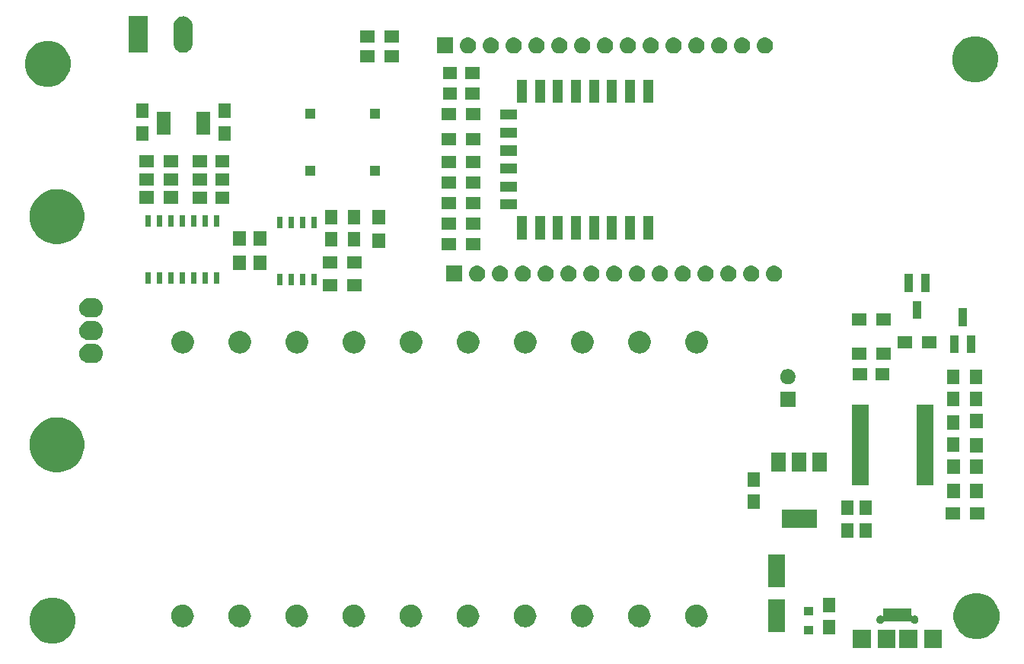
<source format=gts>
G04 #@! TF.GenerationSoftware,KiCad,Pcbnew,5.0.2-bee76a0~70~ubuntu18.04.1*
G04 #@! TF.CreationDate,2018-12-20T01:39:58+01:00*
G04 #@! TF.ProjectId,eload,656c6f61-642e-46b6-9963-61645f706362,rev?*
G04 #@! TF.SameCoordinates,Original*
G04 #@! TF.FileFunction,Soldermask,Top*
G04 #@! TF.FilePolarity,Negative*
%FSLAX46Y46*%
G04 Gerber Fmt 4.6, Leading zero omitted, Abs format (unit mm)*
G04 Created by KiCad (PCBNEW 5.0.2-bee76a0~70~ubuntu18.04.1) date Do 20 Dez 2018 01:39:58 CET*
%MOMM*%
%LPD*%
G01*
G04 APERTURE LIST*
%ADD10C,0.100000*%
G04 APERTURE END LIST*
D10*
G36*
X167001390Y-150859690D02*
X165002010Y-150859690D01*
X165002010Y-148860310D01*
X167001390Y-148860310D01*
X167001390Y-150859690D01*
X167001390Y-150859690D01*
G37*
G36*
X164250570Y-150859690D02*
X162251190Y-150859690D01*
X162251190Y-148860310D01*
X164250570Y-148860310D01*
X164250570Y-150859690D01*
X164250570Y-150859690D01*
G37*
G36*
X159101990Y-150859690D02*
X157102610Y-150859690D01*
X157102610Y-148860310D01*
X159101990Y-148860310D01*
X159101990Y-150859690D01*
X159101990Y-150859690D01*
G37*
G36*
X161852810Y-150859690D02*
X159853430Y-150859690D01*
X159853430Y-148860310D01*
X161852810Y-148860310D01*
X161852810Y-150859690D01*
X161852810Y-150859690D01*
G37*
G36*
X68816096Y-145375033D02*
X68816098Y-145375034D01*
X68816099Y-145375034D01*
X69280352Y-145567333D01*
X69695417Y-145844671D01*
X69698171Y-145846511D01*
X70053489Y-146201829D01*
X70053491Y-146201832D01*
X70332667Y-146619648D01*
X70518689Y-147068747D01*
X70524967Y-147083904D01*
X70623000Y-147576747D01*
X70623000Y-148079253D01*
X70528786Y-148552899D01*
X70524966Y-148572099D01*
X70332667Y-149036352D01*
X70121299Y-149352686D01*
X70053489Y-149454171D01*
X69698171Y-149809489D01*
X69698168Y-149809491D01*
X69280352Y-150088667D01*
X68816099Y-150280966D01*
X68816098Y-150280966D01*
X68816096Y-150280967D01*
X68323253Y-150379000D01*
X67820747Y-150379000D01*
X67327904Y-150280967D01*
X67327902Y-150280966D01*
X67327901Y-150280966D01*
X66863648Y-150088667D01*
X66445832Y-149809491D01*
X66445829Y-149809489D01*
X66090511Y-149454171D01*
X66022701Y-149352686D01*
X65811333Y-149036352D01*
X65619034Y-148572099D01*
X65615215Y-148552899D01*
X65521000Y-148079253D01*
X65521000Y-147576747D01*
X65619033Y-147083904D01*
X65625311Y-147068747D01*
X65811333Y-146619648D01*
X66090509Y-146201832D01*
X66090511Y-146201829D01*
X66445829Y-145846511D01*
X66448583Y-145844671D01*
X66863648Y-145567333D01*
X67327901Y-145375034D01*
X67327902Y-145375034D01*
X67327904Y-145375033D01*
X67820747Y-145277000D01*
X68323253Y-145277000D01*
X68816096Y-145375033D01*
X68816096Y-145375033D01*
G37*
G36*
X171589096Y-144867033D02*
X171589098Y-144867034D01*
X171589099Y-144867034D01*
X172053352Y-145059333D01*
X172469284Y-145337250D01*
X172471171Y-145338511D01*
X172826489Y-145693829D01*
X172826491Y-145693832D01*
X173105667Y-146111648D01*
X173285827Y-146546595D01*
X173297967Y-146575904D01*
X173396000Y-147068747D01*
X173396000Y-147571253D01*
X173298172Y-148063067D01*
X173297966Y-148064099D01*
X173105667Y-148528352D01*
X172879838Y-148866329D01*
X172826489Y-148946171D01*
X172471171Y-149301489D01*
X172471168Y-149301491D01*
X172053352Y-149580667D01*
X171589099Y-149772966D01*
X171589098Y-149772966D01*
X171589096Y-149772967D01*
X171096253Y-149871000D01*
X170593747Y-149871000D01*
X170100904Y-149772967D01*
X170100902Y-149772966D01*
X170100901Y-149772966D01*
X169636648Y-149580667D01*
X169218832Y-149301491D01*
X169218829Y-149301489D01*
X168863511Y-148946171D01*
X168810162Y-148866329D01*
X168584333Y-148528352D01*
X168392034Y-148064099D01*
X168391829Y-148063067D01*
X168294000Y-147571253D01*
X168294000Y-147068747D01*
X168392033Y-146575904D01*
X168404173Y-146546595D01*
X168584333Y-146111648D01*
X168863509Y-145693832D01*
X168863511Y-145693829D01*
X169218829Y-145338511D01*
X169220716Y-145337250D01*
X169636648Y-145059333D01*
X170100901Y-144867034D01*
X170100902Y-144867034D01*
X170100904Y-144867033D01*
X170593747Y-144769000D01*
X171096253Y-144769000D01*
X171589096Y-144867033D01*
X171589096Y-144867033D01*
G37*
G36*
X155108000Y-149371000D02*
X153756000Y-149371000D01*
X153756000Y-147769000D01*
X155108000Y-147769000D01*
X155108000Y-149371000D01*
X155108000Y-149371000D01*
G37*
G36*
X152647000Y-149329000D02*
X151645000Y-149329000D01*
X151645000Y-148427000D01*
X152647000Y-148427000D01*
X152647000Y-149329000D01*
X152647000Y-149329000D01*
G37*
G36*
X149541000Y-149081000D02*
X147639000Y-149081000D01*
X147639000Y-145479000D01*
X149541000Y-145479000D01*
X149541000Y-149081000D01*
X149541000Y-149081000D01*
G37*
G36*
X101845239Y-146087101D02*
X102081053Y-146158634D01*
X102298381Y-146274799D01*
X102488871Y-146431129D01*
X102645201Y-146621619D01*
X102761366Y-146838947D01*
X102832899Y-147074761D01*
X102857053Y-147320000D01*
X102832899Y-147565239D01*
X102761366Y-147801053D01*
X102645201Y-148018381D01*
X102488871Y-148208871D01*
X102298381Y-148365201D01*
X102081053Y-148481366D01*
X101845239Y-148552899D01*
X101661457Y-148571000D01*
X101538543Y-148571000D01*
X101354761Y-148552899D01*
X101118947Y-148481366D01*
X100901619Y-148365201D01*
X100711129Y-148208871D01*
X100554799Y-148018381D01*
X100438634Y-147801053D01*
X100367101Y-147565239D01*
X100342947Y-147320000D01*
X100367101Y-147074761D01*
X100438634Y-146838947D01*
X100554799Y-146621619D01*
X100711129Y-146431129D01*
X100901619Y-146274799D01*
X101118947Y-146158634D01*
X101354761Y-146087101D01*
X101538543Y-146069000D01*
X101661457Y-146069000D01*
X101845239Y-146087101D01*
X101845239Y-146087101D01*
G37*
G36*
X133595239Y-146087101D02*
X133831053Y-146158634D01*
X134048381Y-146274799D01*
X134238871Y-146431129D01*
X134395201Y-146621619D01*
X134511366Y-146838947D01*
X134582899Y-147074761D01*
X134607053Y-147320000D01*
X134582899Y-147565239D01*
X134511366Y-147801053D01*
X134395201Y-148018381D01*
X134238871Y-148208871D01*
X134048381Y-148365201D01*
X133831053Y-148481366D01*
X133595239Y-148552899D01*
X133411457Y-148571000D01*
X133288543Y-148571000D01*
X133104761Y-148552899D01*
X132868947Y-148481366D01*
X132651619Y-148365201D01*
X132461129Y-148208871D01*
X132304799Y-148018381D01*
X132188634Y-147801053D01*
X132117101Y-147565239D01*
X132092947Y-147320000D01*
X132117101Y-147074761D01*
X132188634Y-146838947D01*
X132304799Y-146621619D01*
X132461129Y-146431129D01*
X132651619Y-146274799D01*
X132868947Y-146158634D01*
X133104761Y-146087101D01*
X133288543Y-146069000D01*
X133411457Y-146069000D01*
X133595239Y-146087101D01*
X133595239Y-146087101D01*
G37*
G36*
X108195239Y-146087101D02*
X108431053Y-146158634D01*
X108648381Y-146274799D01*
X108838871Y-146431129D01*
X108995201Y-146621619D01*
X109111366Y-146838947D01*
X109182899Y-147074761D01*
X109207053Y-147320000D01*
X109182899Y-147565239D01*
X109111366Y-147801053D01*
X108995201Y-148018381D01*
X108838871Y-148208871D01*
X108648381Y-148365201D01*
X108431053Y-148481366D01*
X108195239Y-148552899D01*
X108011457Y-148571000D01*
X107888543Y-148571000D01*
X107704761Y-148552899D01*
X107468947Y-148481366D01*
X107251619Y-148365201D01*
X107061129Y-148208871D01*
X106904799Y-148018381D01*
X106788634Y-147801053D01*
X106717101Y-147565239D01*
X106692947Y-147320000D01*
X106717101Y-147074761D01*
X106788634Y-146838947D01*
X106904799Y-146621619D01*
X107061129Y-146431129D01*
X107251619Y-146274799D01*
X107468947Y-146158634D01*
X107704761Y-146087101D01*
X107888543Y-146069000D01*
X108011457Y-146069000D01*
X108195239Y-146087101D01*
X108195239Y-146087101D01*
G37*
G36*
X127245239Y-146087101D02*
X127481053Y-146158634D01*
X127698381Y-146274799D01*
X127888871Y-146431129D01*
X128045201Y-146621619D01*
X128161366Y-146838947D01*
X128232899Y-147074761D01*
X128257053Y-147320000D01*
X128232899Y-147565239D01*
X128161366Y-147801053D01*
X128045201Y-148018381D01*
X127888871Y-148208871D01*
X127698381Y-148365201D01*
X127481053Y-148481366D01*
X127245239Y-148552899D01*
X127061457Y-148571000D01*
X126938543Y-148571000D01*
X126754761Y-148552899D01*
X126518947Y-148481366D01*
X126301619Y-148365201D01*
X126111129Y-148208871D01*
X125954799Y-148018381D01*
X125838634Y-147801053D01*
X125767101Y-147565239D01*
X125742947Y-147320000D01*
X125767101Y-147074761D01*
X125838634Y-146838947D01*
X125954799Y-146621619D01*
X126111129Y-146431129D01*
X126301619Y-146274799D01*
X126518947Y-146158634D01*
X126754761Y-146087101D01*
X126938543Y-146069000D01*
X127061457Y-146069000D01*
X127245239Y-146087101D01*
X127245239Y-146087101D01*
G37*
G36*
X95495239Y-146087101D02*
X95731053Y-146158634D01*
X95948381Y-146274799D01*
X96138871Y-146431129D01*
X96295201Y-146621619D01*
X96411366Y-146838947D01*
X96482899Y-147074761D01*
X96507053Y-147320000D01*
X96482899Y-147565239D01*
X96411366Y-147801053D01*
X96295201Y-148018381D01*
X96138871Y-148208871D01*
X95948381Y-148365201D01*
X95731053Y-148481366D01*
X95495239Y-148552899D01*
X95311457Y-148571000D01*
X95188543Y-148571000D01*
X95004761Y-148552899D01*
X94768947Y-148481366D01*
X94551619Y-148365201D01*
X94361129Y-148208871D01*
X94204799Y-148018381D01*
X94088634Y-147801053D01*
X94017101Y-147565239D01*
X93992947Y-147320000D01*
X94017101Y-147074761D01*
X94088634Y-146838947D01*
X94204799Y-146621619D01*
X94361129Y-146431129D01*
X94551619Y-146274799D01*
X94768947Y-146158634D01*
X95004761Y-146087101D01*
X95188543Y-146069000D01*
X95311457Y-146069000D01*
X95495239Y-146087101D01*
X95495239Y-146087101D01*
G37*
G36*
X120895239Y-146087101D02*
X121131053Y-146158634D01*
X121348381Y-146274799D01*
X121538871Y-146431129D01*
X121695201Y-146621619D01*
X121811366Y-146838947D01*
X121882899Y-147074761D01*
X121907053Y-147320000D01*
X121882899Y-147565239D01*
X121811366Y-147801053D01*
X121695201Y-148018381D01*
X121538871Y-148208871D01*
X121348381Y-148365201D01*
X121131053Y-148481366D01*
X120895239Y-148552899D01*
X120711457Y-148571000D01*
X120588543Y-148571000D01*
X120404761Y-148552899D01*
X120168947Y-148481366D01*
X119951619Y-148365201D01*
X119761129Y-148208871D01*
X119604799Y-148018381D01*
X119488634Y-147801053D01*
X119417101Y-147565239D01*
X119392947Y-147320000D01*
X119417101Y-147074761D01*
X119488634Y-146838947D01*
X119604799Y-146621619D01*
X119761129Y-146431129D01*
X119951619Y-146274799D01*
X120168947Y-146158634D01*
X120404761Y-146087101D01*
X120588543Y-146069000D01*
X120711457Y-146069000D01*
X120895239Y-146087101D01*
X120895239Y-146087101D01*
G37*
G36*
X114545239Y-146087101D02*
X114781053Y-146158634D01*
X114998381Y-146274799D01*
X115188871Y-146431129D01*
X115345201Y-146621619D01*
X115461366Y-146838947D01*
X115532899Y-147074761D01*
X115557053Y-147320000D01*
X115532899Y-147565239D01*
X115461366Y-147801053D01*
X115345201Y-148018381D01*
X115188871Y-148208871D01*
X114998381Y-148365201D01*
X114781053Y-148481366D01*
X114545239Y-148552899D01*
X114361457Y-148571000D01*
X114238543Y-148571000D01*
X114054761Y-148552899D01*
X113818947Y-148481366D01*
X113601619Y-148365201D01*
X113411129Y-148208871D01*
X113254799Y-148018381D01*
X113138634Y-147801053D01*
X113067101Y-147565239D01*
X113042947Y-147320000D01*
X113067101Y-147074761D01*
X113138634Y-146838947D01*
X113254799Y-146621619D01*
X113411129Y-146431129D01*
X113601619Y-146274799D01*
X113818947Y-146158634D01*
X114054761Y-146087101D01*
X114238543Y-146069000D01*
X114361457Y-146069000D01*
X114545239Y-146087101D01*
X114545239Y-146087101D01*
G37*
G36*
X89145239Y-146087101D02*
X89381053Y-146158634D01*
X89598381Y-146274799D01*
X89788871Y-146431129D01*
X89945201Y-146621619D01*
X90061366Y-146838947D01*
X90132899Y-147074761D01*
X90157053Y-147320000D01*
X90132899Y-147565239D01*
X90061366Y-147801053D01*
X89945201Y-148018381D01*
X89788871Y-148208871D01*
X89598381Y-148365201D01*
X89381053Y-148481366D01*
X89145239Y-148552899D01*
X88961457Y-148571000D01*
X88838543Y-148571000D01*
X88654761Y-148552899D01*
X88418947Y-148481366D01*
X88201619Y-148365201D01*
X88011129Y-148208871D01*
X87854799Y-148018381D01*
X87738634Y-147801053D01*
X87667101Y-147565239D01*
X87642947Y-147320000D01*
X87667101Y-147074761D01*
X87738634Y-146838947D01*
X87854799Y-146621619D01*
X88011129Y-146431129D01*
X88201619Y-146274799D01*
X88418947Y-146158634D01*
X88654761Y-146087101D01*
X88838543Y-146069000D01*
X88961457Y-146069000D01*
X89145239Y-146087101D01*
X89145239Y-146087101D01*
G37*
G36*
X82795239Y-146087101D02*
X83031053Y-146158634D01*
X83248381Y-146274799D01*
X83438871Y-146431129D01*
X83595201Y-146621619D01*
X83711366Y-146838947D01*
X83782899Y-147074761D01*
X83807053Y-147320000D01*
X83782899Y-147565239D01*
X83711366Y-147801053D01*
X83595201Y-148018381D01*
X83438871Y-148208871D01*
X83248381Y-148365201D01*
X83031053Y-148481366D01*
X82795239Y-148552899D01*
X82611457Y-148571000D01*
X82488543Y-148571000D01*
X82304761Y-148552899D01*
X82068947Y-148481366D01*
X81851619Y-148365201D01*
X81661129Y-148208871D01*
X81504799Y-148018381D01*
X81388634Y-147801053D01*
X81317101Y-147565239D01*
X81292947Y-147320000D01*
X81317101Y-147074761D01*
X81388634Y-146838947D01*
X81504799Y-146621619D01*
X81661129Y-146431129D01*
X81851619Y-146274799D01*
X82068947Y-146158634D01*
X82304761Y-146087101D01*
X82488543Y-146069000D01*
X82611457Y-146069000D01*
X82795239Y-146087101D01*
X82795239Y-146087101D01*
G37*
G36*
X139945239Y-146087101D02*
X140181053Y-146158634D01*
X140398381Y-146274799D01*
X140588871Y-146431129D01*
X140745201Y-146621619D01*
X140861366Y-146838947D01*
X140932899Y-147074761D01*
X140957053Y-147320000D01*
X140932899Y-147565239D01*
X140861366Y-147801053D01*
X140745201Y-148018381D01*
X140588871Y-148208871D01*
X140398381Y-148365201D01*
X140181053Y-148481366D01*
X139945239Y-148552899D01*
X139761457Y-148571000D01*
X139638543Y-148571000D01*
X139454761Y-148552899D01*
X139218947Y-148481366D01*
X139001619Y-148365201D01*
X138811129Y-148208871D01*
X138654799Y-148018381D01*
X138538634Y-147801053D01*
X138467101Y-147565239D01*
X138442947Y-147320000D01*
X138467101Y-147074761D01*
X138538634Y-146838947D01*
X138654799Y-146621619D01*
X138811129Y-146431129D01*
X139001619Y-146274799D01*
X139218947Y-146158634D01*
X139454761Y-146087101D01*
X139638543Y-146069000D01*
X139761457Y-146069000D01*
X139945239Y-146087101D01*
X139945239Y-146087101D01*
G37*
G36*
X161126910Y-146461280D02*
X163602870Y-146461280D01*
X163602870Y-147183316D01*
X163605272Y-147207702D01*
X163612385Y-147231151D01*
X163623936Y-147252762D01*
X163639482Y-147271704D01*
X163658424Y-147287250D01*
X163680035Y-147298801D01*
X163703484Y-147305914D01*
X163727870Y-147308316D01*
X163752256Y-147305914D01*
X163775695Y-147298804D01*
X163818184Y-147281205D01*
X163905081Y-147263920D01*
X163993679Y-147263920D01*
X164080576Y-147281205D01*
X164162431Y-147315110D01*
X164232297Y-147361793D01*
X164236101Y-147364335D01*
X164298745Y-147426979D01*
X164298747Y-147426982D01*
X164347970Y-147500649D01*
X164381875Y-147582504D01*
X164399160Y-147669401D01*
X164399160Y-147757999D01*
X164381875Y-147844896D01*
X164347970Y-147926751D01*
X164335046Y-147946093D01*
X164298745Y-148000421D01*
X164236101Y-148063065D01*
X164236098Y-148063067D01*
X164162431Y-148112290D01*
X164086708Y-148143655D01*
X164080576Y-148146195D01*
X163993679Y-148163480D01*
X163905081Y-148163480D01*
X163818184Y-148146195D01*
X163812052Y-148143655D01*
X163736329Y-148112290D01*
X163662662Y-148063067D01*
X163662659Y-148063065D01*
X163600016Y-148000422D01*
X163598316Y-147997878D01*
X163576365Y-147965026D01*
X163560827Y-147946093D01*
X163541885Y-147930547D01*
X163520274Y-147918996D01*
X163496825Y-147911882D01*
X163472437Y-147909480D01*
X161126910Y-147909480D01*
X161114016Y-147910750D01*
X160626478Y-147910750D01*
X160602092Y-147913152D01*
X160578643Y-147920265D01*
X160557032Y-147931816D01*
X160538090Y-147947362D01*
X160522544Y-147966304D01*
X160501445Y-147997881D01*
X160438801Y-148060525D01*
X160438798Y-148060527D01*
X160365131Y-148109750D01*
X160283276Y-148143655D01*
X160196379Y-148160940D01*
X160107781Y-148160940D01*
X160020884Y-148143655D01*
X159939029Y-148109750D01*
X159865362Y-148060527D01*
X159865359Y-148060525D01*
X159802715Y-147997881D01*
X159780768Y-147965035D01*
X159753490Y-147924211D01*
X159719585Y-147842356D01*
X159702300Y-147755459D01*
X159702300Y-147666861D01*
X159719585Y-147579964D01*
X159753490Y-147498109D01*
X159802713Y-147424442D01*
X159802715Y-147424439D01*
X159865359Y-147361795D01*
X159865857Y-147361462D01*
X159939029Y-147312570D01*
X160020884Y-147278665D01*
X160107781Y-147261380D01*
X160196379Y-147261380D01*
X160283276Y-147278665D01*
X160328305Y-147297316D01*
X160351743Y-147304426D01*
X160376130Y-147306828D01*
X160400516Y-147304426D01*
X160423965Y-147297313D01*
X160445576Y-147285762D01*
X160464518Y-147270217D01*
X160480063Y-147251275D01*
X160491615Y-147229664D01*
X160498728Y-147206215D01*
X160501130Y-147181828D01*
X160501130Y-146460010D01*
X161114016Y-146460010D01*
X161126910Y-146461280D01*
X161126910Y-146461280D01*
G37*
G36*
X152647000Y-147229000D02*
X151645000Y-147229000D01*
X151645000Y-146327000D01*
X152647000Y-146327000D01*
X152647000Y-147229000D01*
X152647000Y-147229000D01*
G37*
G36*
X155108000Y-146871000D02*
X153756000Y-146871000D01*
X153756000Y-145269000D01*
X155108000Y-145269000D01*
X155108000Y-146871000D01*
X155108000Y-146871000D01*
G37*
G36*
X149541000Y-144081000D02*
X147639000Y-144081000D01*
X147639000Y-140479000D01*
X149541000Y-140479000D01*
X149541000Y-144081000D01*
X149541000Y-144081000D01*
G37*
G36*
X159172000Y-138576000D02*
X157820000Y-138576000D01*
X157820000Y-136974000D01*
X159172000Y-136974000D01*
X159172000Y-138576000D01*
X159172000Y-138576000D01*
G37*
G36*
X157140000Y-138576000D02*
X155788000Y-138576000D01*
X155788000Y-136974000D01*
X157140000Y-136974000D01*
X157140000Y-138576000D01*
X157140000Y-138576000D01*
G37*
G36*
X153081000Y-137551000D02*
X149179000Y-137551000D01*
X149179000Y-135449000D01*
X153081000Y-135449000D01*
X153081000Y-137551000D01*
X153081000Y-137551000D01*
G37*
G36*
X168996000Y-136591000D02*
X167394000Y-136591000D01*
X167394000Y-135189000D01*
X168996000Y-135189000D01*
X168996000Y-136591000D01*
X168996000Y-136591000D01*
G37*
G36*
X171696000Y-136591000D02*
X170094000Y-136591000D01*
X170094000Y-135189000D01*
X171696000Y-135189000D01*
X171696000Y-136591000D01*
X171696000Y-136591000D01*
G37*
G36*
X159172000Y-136076000D02*
X157820000Y-136076000D01*
X157820000Y-134474000D01*
X159172000Y-134474000D01*
X159172000Y-136076000D01*
X159172000Y-136076000D01*
G37*
G36*
X157140000Y-136076000D02*
X155788000Y-136076000D01*
X155788000Y-134474000D01*
X157140000Y-134474000D01*
X157140000Y-136076000D01*
X157140000Y-136076000D01*
G37*
G36*
X146726000Y-135401000D02*
X145374000Y-135401000D01*
X145374000Y-133799000D01*
X146726000Y-133799000D01*
X146726000Y-135401000D01*
X146726000Y-135401000D01*
G37*
G36*
X168976000Y-134231000D02*
X167574000Y-134231000D01*
X167574000Y-132629000D01*
X168976000Y-132629000D01*
X168976000Y-134231000D01*
X168976000Y-134231000D01*
G37*
G36*
X171516000Y-134231000D02*
X170114000Y-134231000D01*
X170114000Y-132629000D01*
X171516000Y-132629000D01*
X171516000Y-134231000D01*
X171516000Y-134231000D01*
G37*
G36*
X146726000Y-132901000D02*
X145374000Y-132901000D01*
X145374000Y-131299000D01*
X146726000Y-131299000D01*
X146726000Y-132901000D01*
X146726000Y-132901000D01*
G37*
G36*
X166070000Y-132771000D02*
X164218000Y-132771000D01*
X164218000Y-123769000D01*
X166070000Y-123769000D01*
X166070000Y-132771000D01*
X166070000Y-132771000D01*
G37*
G36*
X158870000Y-132771000D02*
X157018000Y-132771000D01*
X157018000Y-123769000D01*
X158870000Y-123769000D01*
X158870000Y-132771000D01*
X158870000Y-132771000D01*
G37*
G36*
X168976000Y-131531000D02*
X167574000Y-131531000D01*
X167574000Y-129929000D01*
X168976000Y-129929000D01*
X168976000Y-131531000D01*
X168976000Y-131531000D01*
G37*
G36*
X171516000Y-131531000D02*
X170114000Y-131531000D01*
X170114000Y-129929000D01*
X171516000Y-129929000D01*
X171516000Y-131531000D01*
X171516000Y-131531000D01*
G37*
G36*
X69175170Y-125277879D02*
X69469868Y-125336498D01*
X70025067Y-125566469D01*
X70253345Y-125719000D01*
X70524736Y-125900338D01*
X70949662Y-126325264D01*
X70949664Y-126325267D01*
X71283531Y-126824933D01*
X71513502Y-127380132D01*
X71630740Y-127969528D01*
X71630740Y-128570472D01*
X71513502Y-129159868D01*
X71283531Y-129715067D01*
X70951916Y-130211363D01*
X70949662Y-130214736D01*
X70524736Y-130639662D01*
X70524733Y-130639664D01*
X70025067Y-130973531D01*
X69469868Y-131203502D01*
X69231079Y-131251000D01*
X68880473Y-131320740D01*
X68279527Y-131320740D01*
X67928921Y-131251000D01*
X67690132Y-131203502D01*
X67134933Y-130973531D01*
X66635267Y-130639664D01*
X66635264Y-130639662D01*
X66210338Y-130214736D01*
X66208084Y-130211363D01*
X65876469Y-129715067D01*
X65646498Y-129159868D01*
X65529260Y-128570472D01*
X65529260Y-127969528D01*
X65646498Y-127380132D01*
X65876469Y-126824933D01*
X66210336Y-126325267D01*
X66210338Y-126325264D01*
X66635264Y-125900338D01*
X66906655Y-125719000D01*
X67134933Y-125566469D01*
X67690132Y-125336498D01*
X67984830Y-125277879D01*
X68279527Y-125219260D01*
X68880473Y-125219260D01*
X69175170Y-125277879D01*
X69175170Y-125277879D01*
G37*
G36*
X151931000Y-131251000D02*
X150329000Y-131251000D01*
X150329000Y-129149000D01*
X151931000Y-129149000D01*
X151931000Y-131251000D01*
X151931000Y-131251000D01*
G37*
G36*
X149631000Y-131251000D02*
X148029000Y-131251000D01*
X148029000Y-129149000D01*
X149631000Y-129149000D01*
X149631000Y-131251000D01*
X149631000Y-131251000D01*
G37*
G36*
X154231000Y-131251000D02*
X152629000Y-131251000D01*
X152629000Y-129149000D01*
X154231000Y-129149000D01*
X154231000Y-131251000D01*
X154231000Y-131251000D01*
G37*
G36*
X171516000Y-129151000D02*
X170114000Y-129151000D01*
X170114000Y-127549000D01*
X171516000Y-127549000D01*
X171516000Y-129151000D01*
X171516000Y-129151000D01*
G37*
G36*
X168951000Y-129051000D02*
X167599000Y-129051000D01*
X167599000Y-127449000D01*
X168951000Y-127449000D01*
X168951000Y-129051000D01*
X168951000Y-129051000D01*
G37*
G36*
X168951000Y-126551000D02*
X167599000Y-126551000D01*
X167599000Y-124949000D01*
X168951000Y-124949000D01*
X168951000Y-126551000D01*
X168951000Y-126551000D01*
G37*
G36*
X171516000Y-126451000D02*
X170114000Y-126451000D01*
X170114000Y-124849000D01*
X171516000Y-124849000D01*
X171516000Y-126451000D01*
X171516000Y-126451000D01*
G37*
G36*
X150711000Y-124041000D02*
X149009000Y-124041000D01*
X149009000Y-122339000D01*
X150711000Y-122339000D01*
X150711000Y-124041000D01*
X150711000Y-124041000D01*
G37*
G36*
X168951000Y-123971000D02*
X167599000Y-123971000D01*
X167599000Y-122369000D01*
X168951000Y-122369000D01*
X168951000Y-123971000D01*
X168951000Y-123971000D01*
G37*
G36*
X171491000Y-123971000D02*
X170139000Y-123971000D01*
X170139000Y-122369000D01*
X171491000Y-122369000D01*
X171491000Y-123971000D01*
X171491000Y-123971000D01*
G37*
G36*
X150108228Y-119871703D02*
X150263100Y-119935853D01*
X150402481Y-120028985D01*
X150521015Y-120147519D01*
X150614147Y-120286900D01*
X150678297Y-120441772D01*
X150711000Y-120606184D01*
X150711000Y-120773816D01*
X150678297Y-120938228D01*
X150614147Y-121093100D01*
X150521015Y-121232481D01*
X150402481Y-121351015D01*
X150263100Y-121444147D01*
X150108228Y-121508297D01*
X149943816Y-121541000D01*
X149776184Y-121541000D01*
X149611772Y-121508297D01*
X149456900Y-121444147D01*
X149317519Y-121351015D01*
X149198985Y-121232481D01*
X149105853Y-121093100D01*
X149041703Y-120938228D01*
X149009000Y-120773816D01*
X149009000Y-120606184D01*
X149041703Y-120441772D01*
X149105853Y-120286900D01*
X149198985Y-120147519D01*
X149317519Y-120028985D01*
X149456900Y-119935853D01*
X149611772Y-119871703D01*
X149776184Y-119839000D01*
X149943816Y-119839000D01*
X150108228Y-119871703D01*
X150108228Y-119871703D01*
G37*
G36*
X171491000Y-121471000D02*
X170139000Y-121471000D01*
X170139000Y-119869000D01*
X171491000Y-119869000D01*
X171491000Y-121471000D01*
X171491000Y-121471000D01*
G37*
G36*
X168951000Y-121471000D02*
X167599000Y-121471000D01*
X167599000Y-119869000D01*
X168951000Y-119869000D01*
X168951000Y-121471000D01*
X168951000Y-121471000D01*
G37*
G36*
X158682000Y-121072000D02*
X157080000Y-121072000D01*
X157080000Y-119720000D01*
X158682000Y-119720000D01*
X158682000Y-121072000D01*
X158682000Y-121072000D01*
G37*
G36*
X161182000Y-121072000D02*
X159580000Y-121072000D01*
X159580000Y-119720000D01*
X161182000Y-119720000D01*
X161182000Y-121072000D01*
X161182000Y-121072000D01*
G37*
G36*
X72759114Y-117049176D02*
X72853168Y-117058439D01*
X73054299Y-117119451D01*
X73086899Y-117136876D01*
X73239662Y-117218529D01*
X73402133Y-117351867D01*
X73535471Y-117514338D01*
X73601285Y-117637469D01*
X73634549Y-117699701D01*
X73695561Y-117900832D01*
X73716162Y-118110000D01*
X73695561Y-118319168D01*
X73634549Y-118520299D01*
X73634546Y-118520304D01*
X73535471Y-118705662D01*
X73402133Y-118868133D01*
X73239662Y-119001471D01*
X73086899Y-119083124D01*
X73054299Y-119100549D01*
X72853168Y-119161561D01*
X72759114Y-119170824D01*
X72696413Y-119177000D01*
X72083587Y-119177000D01*
X72020886Y-119170824D01*
X71926832Y-119161561D01*
X71725701Y-119100549D01*
X71693101Y-119083124D01*
X71540338Y-119001471D01*
X71377867Y-118868133D01*
X71244529Y-118705662D01*
X71145454Y-118520304D01*
X71145451Y-118520299D01*
X71084439Y-118319168D01*
X71063838Y-118110000D01*
X71084439Y-117900832D01*
X71145451Y-117699701D01*
X71178715Y-117637469D01*
X71244529Y-117514338D01*
X71377867Y-117351867D01*
X71540338Y-117218529D01*
X71693101Y-117136876D01*
X71725701Y-117119451D01*
X71926832Y-117058439D01*
X72020886Y-117049176D01*
X72083587Y-117043000D01*
X72696413Y-117043000D01*
X72759114Y-117049176D01*
X72759114Y-117049176D01*
G37*
G36*
X158601000Y-118811000D02*
X156999000Y-118811000D01*
X156999000Y-117409000D01*
X158601000Y-117409000D01*
X158601000Y-118811000D01*
X158601000Y-118811000D01*
G37*
G36*
X161301000Y-118811000D02*
X159699000Y-118811000D01*
X159699000Y-117409000D01*
X161301000Y-117409000D01*
X161301000Y-118811000D01*
X161301000Y-118811000D01*
G37*
G36*
X108133636Y-115601019D02*
X108314903Y-115637075D01*
X108542571Y-115731378D01*
X108746542Y-115867668D01*
X108747469Y-115868287D01*
X108921713Y-116042531D01*
X108921715Y-116042534D01*
X109058622Y-116247429D01*
X109152925Y-116475097D01*
X109201000Y-116716787D01*
X109201000Y-116963213D01*
X109152925Y-117204903D01*
X109058622Y-117432571D01*
X108922332Y-117636542D01*
X108921713Y-117637469D01*
X108747469Y-117811713D01*
X108747466Y-117811715D01*
X108542571Y-117948622D01*
X108314903Y-118042925D01*
X108133635Y-118078981D01*
X108073214Y-118091000D01*
X107826786Y-118091000D01*
X107766365Y-118078981D01*
X107585097Y-118042925D01*
X107357429Y-117948622D01*
X107152534Y-117811715D01*
X107152531Y-117811713D01*
X106978287Y-117637469D01*
X106977668Y-117636542D01*
X106841378Y-117432571D01*
X106747075Y-117204903D01*
X106699000Y-116963213D01*
X106699000Y-116716787D01*
X106747075Y-116475097D01*
X106841378Y-116247429D01*
X106978285Y-116042534D01*
X106978287Y-116042531D01*
X107152531Y-115868287D01*
X107153458Y-115867668D01*
X107357429Y-115731378D01*
X107585097Y-115637075D01*
X107766364Y-115601019D01*
X107826786Y-115589000D01*
X108073214Y-115589000D01*
X108133636Y-115601019D01*
X108133636Y-115601019D01*
G37*
G36*
X95433636Y-115601019D02*
X95614903Y-115637075D01*
X95842571Y-115731378D01*
X96046542Y-115867668D01*
X96047469Y-115868287D01*
X96221713Y-116042531D01*
X96221715Y-116042534D01*
X96358622Y-116247429D01*
X96452925Y-116475097D01*
X96501000Y-116716787D01*
X96501000Y-116963213D01*
X96452925Y-117204903D01*
X96358622Y-117432571D01*
X96222332Y-117636542D01*
X96221713Y-117637469D01*
X96047469Y-117811713D01*
X96047466Y-117811715D01*
X95842571Y-117948622D01*
X95614903Y-118042925D01*
X95433635Y-118078981D01*
X95373214Y-118091000D01*
X95126786Y-118091000D01*
X95066365Y-118078981D01*
X94885097Y-118042925D01*
X94657429Y-117948622D01*
X94452534Y-117811715D01*
X94452531Y-117811713D01*
X94278287Y-117637469D01*
X94277668Y-117636542D01*
X94141378Y-117432571D01*
X94047075Y-117204903D01*
X93999000Y-116963213D01*
X93999000Y-116716787D01*
X94047075Y-116475097D01*
X94141378Y-116247429D01*
X94278285Y-116042534D01*
X94278287Y-116042531D01*
X94452531Y-115868287D01*
X94453458Y-115867668D01*
X94657429Y-115731378D01*
X94885097Y-115637075D01*
X95066364Y-115601019D01*
X95126786Y-115589000D01*
X95373214Y-115589000D01*
X95433636Y-115601019D01*
X95433636Y-115601019D01*
G37*
G36*
X89083636Y-115601019D02*
X89264903Y-115637075D01*
X89492571Y-115731378D01*
X89696542Y-115867668D01*
X89697469Y-115868287D01*
X89871713Y-116042531D01*
X89871715Y-116042534D01*
X90008622Y-116247429D01*
X90102925Y-116475097D01*
X90151000Y-116716787D01*
X90151000Y-116963213D01*
X90102925Y-117204903D01*
X90008622Y-117432571D01*
X89872332Y-117636542D01*
X89871713Y-117637469D01*
X89697469Y-117811713D01*
X89697466Y-117811715D01*
X89492571Y-117948622D01*
X89264903Y-118042925D01*
X89083635Y-118078981D01*
X89023214Y-118091000D01*
X88776786Y-118091000D01*
X88716365Y-118078981D01*
X88535097Y-118042925D01*
X88307429Y-117948622D01*
X88102534Y-117811715D01*
X88102531Y-117811713D01*
X87928287Y-117637469D01*
X87927668Y-117636542D01*
X87791378Y-117432571D01*
X87697075Y-117204903D01*
X87649000Y-116963213D01*
X87649000Y-116716787D01*
X87697075Y-116475097D01*
X87791378Y-116247429D01*
X87928285Y-116042534D01*
X87928287Y-116042531D01*
X88102531Y-115868287D01*
X88103458Y-115867668D01*
X88307429Y-115731378D01*
X88535097Y-115637075D01*
X88716364Y-115601019D01*
X88776786Y-115589000D01*
X89023214Y-115589000D01*
X89083636Y-115601019D01*
X89083636Y-115601019D01*
G37*
G36*
X82733636Y-115601019D02*
X82914903Y-115637075D01*
X83142571Y-115731378D01*
X83346542Y-115867668D01*
X83347469Y-115868287D01*
X83521713Y-116042531D01*
X83521715Y-116042534D01*
X83658622Y-116247429D01*
X83752925Y-116475097D01*
X83801000Y-116716787D01*
X83801000Y-116963213D01*
X83752925Y-117204903D01*
X83658622Y-117432571D01*
X83522332Y-117636542D01*
X83521713Y-117637469D01*
X83347469Y-117811713D01*
X83347466Y-117811715D01*
X83142571Y-117948622D01*
X82914903Y-118042925D01*
X82733635Y-118078981D01*
X82673214Y-118091000D01*
X82426786Y-118091000D01*
X82366365Y-118078981D01*
X82185097Y-118042925D01*
X81957429Y-117948622D01*
X81752534Y-117811715D01*
X81752531Y-117811713D01*
X81578287Y-117637469D01*
X81577668Y-117636542D01*
X81441378Y-117432571D01*
X81347075Y-117204903D01*
X81299000Y-116963213D01*
X81299000Y-116716787D01*
X81347075Y-116475097D01*
X81441378Y-116247429D01*
X81578285Y-116042534D01*
X81578287Y-116042531D01*
X81752531Y-115868287D01*
X81753458Y-115867668D01*
X81957429Y-115731378D01*
X82185097Y-115637075D01*
X82366364Y-115601019D01*
X82426786Y-115589000D01*
X82673214Y-115589000D01*
X82733636Y-115601019D01*
X82733636Y-115601019D01*
G37*
G36*
X101783636Y-115601019D02*
X101964903Y-115637075D01*
X102192571Y-115731378D01*
X102396542Y-115867668D01*
X102397469Y-115868287D01*
X102571713Y-116042531D01*
X102571715Y-116042534D01*
X102708622Y-116247429D01*
X102802925Y-116475097D01*
X102851000Y-116716787D01*
X102851000Y-116963213D01*
X102802925Y-117204903D01*
X102708622Y-117432571D01*
X102572332Y-117636542D01*
X102571713Y-117637469D01*
X102397469Y-117811713D01*
X102397466Y-117811715D01*
X102192571Y-117948622D01*
X101964903Y-118042925D01*
X101783635Y-118078981D01*
X101723214Y-118091000D01*
X101476786Y-118091000D01*
X101416365Y-118078981D01*
X101235097Y-118042925D01*
X101007429Y-117948622D01*
X100802534Y-117811715D01*
X100802531Y-117811713D01*
X100628287Y-117637469D01*
X100627668Y-117636542D01*
X100491378Y-117432571D01*
X100397075Y-117204903D01*
X100349000Y-116963213D01*
X100349000Y-116716787D01*
X100397075Y-116475097D01*
X100491378Y-116247429D01*
X100628285Y-116042534D01*
X100628287Y-116042531D01*
X100802531Y-115868287D01*
X100803458Y-115867668D01*
X101007429Y-115731378D01*
X101235097Y-115637075D01*
X101416364Y-115601019D01*
X101476786Y-115589000D01*
X101723214Y-115589000D01*
X101783636Y-115601019D01*
X101783636Y-115601019D01*
G37*
G36*
X114483636Y-115601019D02*
X114664903Y-115637075D01*
X114892571Y-115731378D01*
X115096542Y-115867668D01*
X115097469Y-115868287D01*
X115271713Y-116042531D01*
X115271715Y-116042534D01*
X115408622Y-116247429D01*
X115502925Y-116475097D01*
X115551000Y-116716787D01*
X115551000Y-116963213D01*
X115502925Y-117204903D01*
X115408622Y-117432571D01*
X115272332Y-117636542D01*
X115271713Y-117637469D01*
X115097469Y-117811713D01*
X115097466Y-117811715D01*
X114892571Y-117948622D01*
X114664903Y-118042925D01*
X114483635Y-118078981D01*
X114423214Y-118091000D01*
X114176786Y-118091000D01*
X114116365Y-118078981D01*
X113935097Y-118042925D01*
X113707429Y-117948622D01*
X113502534Y-117811715D01*
X113502531Y-117811713D01*
X113328287Y-117637469D01*
X113327668Y-117636542D01*
X113191378Y-117432571D01*
X113097075Y-117204903D01*
X113049000Y-116963213D01*
X113049000Y-116716787D01*
X113097075Y-116475097D01*
X113191378Y-116247429D01*
X113328285Y-116042534D01*
X113328287Y-116042531D01*
X113502531Y-115868287D01*
X113503458Y-115867668D01*
X113707429Y-115731378D01*
X113935097Y-115637075D01*
X114116364Y-115601019D01*
X114176786Y-115589000D01*
X114423214Y-115589000D01*
X114483636Y-115601019D01*
X114483636Y-115601019D01*
G37*
G36*
X139883636Y-115601019D02*
X140064903Y-115637075D01*
X140292571Y-115731378D01*
X140496542Y-115867668D01*
X140497469Y-115868287D01*
X140671713Y-116042531D01*
X140671715Y-116042534D01*
X140808622Y-116247429D01*
X140902925Y-116475097D01*
X140951000Y-116716787D01*
X140951000Y-116963213D01*
X140902925Y-117204903D01*
X140808622Y-117432571D01*
X140672332Y-117636542D01*
X140671713Y-117637469D01*
X140497469Y-117811713D01*
X140497466Y-117811715D01*
X140292571Y-117948622D01*
X140064903Y-118042925D01*
X139883635Y-118078981D01*
X139823214Y-118091000D01*
X139576786Y-118091000D01*
X139516365Y-118078981D01*
X139335097Y-118042925D01*
X139107429Y-117948622D01*
X138902534Y-117811715D01*
X138902531Y-117811713D01*
X138728287Y-117637469D01*
X138727668Y-117636542D01*
X138591378Y-117432571D01*
X138497075Y-117204903D01*
X138449000Y-116963213D01*
X138449000Y-116716787D01*
X138497075Y-116475097D01*
X138591378Y-116247429D01*
X138728285Y-116042534D01*
X138728287Y-116042531D01*
X138902531Y-115868287D01*
X138903458Y-115867668D01*
X139107429Y-115731378D01*
X139335097Y-115637075D01*
X139516364Y-115601019D01*
X139576786Y-115589000D01*
X139823214Y-115589000D01*
X139883636Y-115601019D01*
X139883636Y-115601019D01*
G37*
G36*
X120833636Y-115601019D02*
X121014903Y-115637075D01*
X121242571Y-115731378D01*
X121446542Y-115867668D01*
X121447469Y-115868287D01*
X121621713Y-116042531D01*
X121621715Y-116042534D01*
X121758622Y-116247429D01*
X121852925Y-116475097D01*
X121901000Y-116716787D01*
X121901000Y-116963213D01*
X121852925Y-117204903D01*
X121758622Y-117432571D01*
X121622332Y-117636542D01*
X121621713Y-117637469D01*
X121447469Y-117811713D01*
X121447466Y-117811715D01*
X121242571Y-117948622D01*
X121014903Y-118042925D01*
X120833635Y-118078981D01*
X120773214Y-118091000D01*
X120526786Y-118091000D01*
X120466365Y-118078981D01*
X120285097Y-118042925D01*
X120057429Y-117948622D01*
X119852534Y-117811715D01*
X119852531Y-117811713D01*
X119678287Y-117637469D01*
X119677668Y-117636542D01*
X119541378Y-117432571D01*
X119447075Y-117204903D01*
X119399000Y-116963213D01*
X119399000Y-116716787D01*
X119447075Y-116475097D01*
X119541378Y-116247429D01*
X119678285Y-116042534D01*
X119678287Y-116042531D01*
X119852531Y-115868287D01*
X119853458Y-115867668D01*
X120057429Y-115731378D01*
X120285097Y-115637075D01*
X120466364Y-115601019D01*
X120526786Y-115589000D01*
X120773214Y-115589000D01*
X120833636Y-115601019D01*
X120833636Y-115601019D01*
G37*
G36*
X133533636Y-115601019D02*
X133714903Y-115637075D01*
X133942571Y-115731378D01*
X134146542Y-115867668D01*
X134147469Y-115868287D01*
X134321713Y-116042531D01*
X134321715Y-116042534D01*
X134458622Y-116247429D01*
X134552925Y-116475097D01*
X134601000Y-116716787D01*
X134601000Y-116963213D01*
X134552925Y-117204903D01*
X134458622Y-117432571D01*
X134322332Y-117636542D01*
X134321713Y-117637469D01*
X134147469Y-117811713D01*
X134147466Y-117811715D01*
X133942571Y-117948622D01*
X133714903Y-118042925D01*
X133533635Y-118078981D01*
X133473214Y-118091000D01*
X133226786Y-118091000D01*
X133166365Y-118078981D01*
X132985097Y-118042925D01*
X132757429Y-117948622D01*
X132552534Y-117811715D01*
X132552531Y-117811713D01*
X132378287Y-117637469D01*
X132377668Y-117636542D01*
X132241378Y-117432571D01*
X132147075Y-117204903D01*
X132099000Y-116963213D01*
X132099000Y-116716787D01*
X132147075Y-116475097D01*
X132241378Y-116247429D01*
X132378285Y-116042534D01*
X132378287Y-116042531D01*
X132552531Y-115868287D01*
X132553458Y-115867668D01*
X132757429Y-115731378D01*
X132985097Y-115637075D01*
X133166364Y-115601019D01*
X133226786Y-115589000D01*
X133473214Y-115589000D01*
X133533636Y-115601019D01*
X133533636Y-115601019D01*
G37*
G36*
X127183636Y-115601019D02*
X127364903Y-115637075D01*
X127592571Y-115731378D01*
X127796542Y-115867668D01*
X127797469Y-115868287D01*
X127971713Y-116042531D01*
X127971715Y-116042534D01*
X128108622Y-116247429D01*
X128202925Y-116475097D01*
X128251000Y-116716787D01*
X128251000Y-116963213D01*
X128202925Y-117204903D01*
X128108622Y-117432571D01*
X127972332Y-117636542D01*
X127971713Y-117637469D01*
X127797469Y-117811713D01*
X127797466Y-117811715D01*
X127592571Y-117948622D01*
X127364903Y-118042925D01*
X127183635Y-118078981D01*
X127123214Y-118091000D01*
X126876786Y-118091000D01*
X126816365Y-118078981D01*
X126635097Y-118042925D01*
X126407429Y-117948622D01*
X126202534Y-117811715D01*
X126202531Y-117811713D01*
X126028287Y-117637469D01*
X126027668Y-117636542D01*
X125891378Y-117432571D01*
X125797075Y-117204903D01*
X125749000Y-116963213D01*
X125749000Y-116716787D01*
X125797075Y-116475097D01*
X125891378Y-116247429D01*
X126028285Y-116042534D01*
X126028287Y-116042531D01*
X126202531Y-115868287D01*
X126203458Y-115867668D01*
X126407429Y-115731378D01*
X126635097Y-115637075D01*
X126816364Y-115601019D01*
X126876786Y-115589000D01*
X127123214Y-115589000D01*
X127183636Y-115601019D01*
X127183636Y-115601019D01*
G37*
G36*
X168811000Y-118071000D02*
X167909000Y-118071000D01*
X167909000Y-116069000D01*
X168811000Y-116069000D01*
X168811000Y-118071000D01*
X168811000Y-118071000D01*
G37*
G36*
X170711000Y-118071000D02*
X169809000Y-118071000D01*
X169809000Y-116069000D01*
X170711000Y-116069000D01*
X170711000Y-118071000D01*
X170711000Y-118071000D01*
G37*
G36*
X163681000Y-117541000D02*
X162079000Y-117541000D01*
X162079000Y-116139000D01*
X163681000Y-116139000D01*
X163681000Y-117541000D01*
X163681000Y-117541000D01*
G37*
G36*
X166381000Y-117541000D02*
X164779000Y-117541000D01*
X164779000Y-116139000D01*
X166381000Y-116139000D01*
X166381000Y-117541000D01*
X166381000Y-117541000D01*
G37*
G36*
X72759114Y-114509176D02*
X72853168Y-114518439D01*
X73054299Y-114579451D01*
X73086899Y-114596876D01*
X73239662Y-114678529D01*
X73402133Y-114811867D01*
X73535471Y-114974338D01*
X73587137Y-115071000D01*
X73634549Y-115159701D01*
X73695561Y-115360832D01*
X73716162Y-115570000D01*
X73695561Y-115779168D01*
X73634549Y-115980299D01*
X73634546Y-115980304D01*
X73535471Y-116165662D01*
X73402133Y-116328133D01*
X73239662Y-116461471D01*
X73086899Y-116543124D01*
X73054299Y-116560549D01*
X72853168Y-116621561D01*
X72759114Y-116630824D01*
X72696413Y-116637000D01*
X72083587Y-116637000D01*
X72020886Y-116630824D01*
X71926832Y-116621561D01*
X71725701Y-116560549D01*
X71693101Y-116543124D01*
X71540338Y-116461471D01*
X71377867Y-116328133D01*
X71244529Y-116165662D01*
X71145454Y-115980304D01*
X71145451Y-115980299D01*
X71084439Y-115779168D01*
X71063838Y-115570000D01*
X71084439Y-115360832D01*
X71145451Y-115159701D01*
X71192863Y-115071000D01*
X71244529Y-114974338D01*
X71377867Y-114811867D01*
X71540338Y-114678529D01*
X71693101Y-114596876D01*
X71725701Y-114579451D01*
X71926832Y-114518439D01*
X72020886Y-114509176D01*
X72083587Y-114503000D01*
X72696413Y-114503000D01*
X72759114Y-114509176D01*
X72759114Y-114509176D01*
G37*
G36*
X169761000Y-115071000D02*
X168859000Y-115071000D01*
X168859000Y-113069000D01*
X169761000Y-113069000D01*
X169761000Y-115071000D01*
X169761000Y-115071000D01*
G37*
G36*
X161301000Y-115001000D02*
X159699000Y-115001000D01*
X159699000Y-113599000D01*
X161301000Y-113599000D01*
X161301000Y-115001000D01*
X161301000Y-115001000D01*
G37*
G36*
X158601000Y-115001000D02*
X156999000Y-115001000D01*
X156999000Y-113599000D01*
X158601000Y-113599000D01*
X158601000Y-115001000D01*
X158601000Y-115001000D01*
G37*
G36*
X164681000Y-114261000D02*
X163779000Y-114261000D01*
X163779000Y-112259000D01*
X164681000Y-112259000D01*
X164681000Y-114261000D01*
X164681000Y-114261000D01*
G37*
G36*
X72759114Y-111969176D02*
X72853168Y-111978439D01*
X73054299Y-112039451D01*
X73086899Y-112056876D01*
X73239662Y-112138529D01*
X73402133Y-112271867D01*
X73535471Y-112434338D01*
X73617124Y-112587101D01*
X73634549Y-112619701D01*
X73695561Y-112820832D01*
X73716162Y-113030000D01*
X73695561Y-113239168D01*
X73634549Y-113440299D01*
X73634546Y-113440304D01*
X73535471Y-113625662D01*
X73402133Y-113788133D01*
X73239662Y-113921471D01*
X73086899Y-114003124D01*
X73054299Y-114020549D01*
X72853168Y-114081561D01*
X72759114Y-114090824D01*
X72696413Y-114097000D01*
X72083587Y-114097000D01*
X72020886Y-114090824D01*
X71926832Y-114081561D01*
X71725701Y-114020549D01*
X71693101Y-114003124D01*
X71540338Y-113921471D01*
X71377867Y-113788133D01*
X71244529Y-113625662D01*
X71145454Y-113440304D01*
X71145451Y-113440299D01*
X71084439Y-113239168D01*
X71063838Y-113030000D01*
X71084439Y-112820832D01*
X71145451Y-112619701D01*
X71162876Y-112587101D01*
X71244529Y-112434338D01*
X71377867Y-112271867D01*
X71540338Y-112138529D01*
X71693101Y-112056876D01*
X71725701Y-112039451D01*
X71926832Y-111978439D01*
X72020886Y-111969176D01*
X72083587Y-111963000D01*
X72696413Y-111963000D01*
X72759114Y-111969176D01*
X72759114Y-111969176D01*
G37*
G36*
X165631000Y-111261000D02*
X164729000Y-111261000D01*
X164729000Y-109259000D01*
X165631000Y-109259000D01*
X165631000Y-111261000D01*
X165631000Y-111261000D01*
G37*
G36*
X163731000Y-111261000D02*
X162829000Y-111261000D01*
X162829000Y-109259000D01*
X163731000Y-109259000D01*
X163731000Y-111261000D01*
X163731000Y-111261000D01*
G37*
G36*
X102481000Y-111191000D02*
X100879000Y-111191000D01*
X100879000Y-109789000D01*
X102481000Y-109789000D01*
X102481000Y-111191000D01*
X102481000Y-111191000D01*
G37*
G36*
X99781000Y-111191000D02*
X98179000Y-111191000D01*
X98179000Y-109789000D01*
X99781000Y-109789000D01*
X99781000Y-111191000D01*
X99781000Y-111191000D01*
G37*
G36*
X96190000Y-110477500D02*
X95580000Y-110477500D01*
X95580000Y-109232500D01*
X96190000Y-109232500D01*
X96190000Y-110477500D01*
X96190000Y-110477500D01*
G37*
G36*
X97460000Y-110477500D02*
X96850000Y-110477500D01*
X96850000Y-109232500D01*
X97460000Y-109232500D01*
X97460000Y-110477500D01*
X97460000Y-110477500D01*
G37*
G36*
X94920000Y-110477500D02*
X94310000Y-110477500D01*
X94310000Y-109232500D01*
X94920000Y-109232500D01*
X94920000Y-110477500D01*
X94920000Y-110477500D01*
G37*
G36*
X93650000Y-110477500D02*
X93040000Y-110477500D01*
X93040000Y-109232500D01*
X93650000Y-109232500D01*
X93650000Y-110477500D01*
X93650000Y-110477500D01*
G37*
G36*
X81585000Y-110350500D02*
X80975000Y-110350500D01*
X80975000Y-109105500D01*
X81585000Y-109105500D01*
X81585000Y-110350500D01*
X81585000Y-110350500D01*
G37*
G36*
X79045000Y-110350500D02*
X78435000Y-110350500D01*
X78435000Y-109105500D01*
X79045000Y-109105500D01*
X79045000Y-110350500D01*
X79045000Y-110350500D01*
G37*
G36*
X82855000Y-110350500D02*
X82245000Y-110350500D01*
X82245000Y-109105500D01*
X82855000Y-109105500D01*
X82855000Y-110350500D01*
X82855000Y-110350500D01*
G37*
G36*
X84125000Y-110350500D02*
X83515000Y-110350500D01*
X83515000Y-109105500D01*
X84125000Y-109105500D01*
X84125000Y-110350500D01*
X84125000Y-110350500D01*
G37*
G36*
X85395000Y-110350500D02*
X84785000Y-110350500D01*
X84785000Y-109105500D01*
X85395000Y-109105500D01*
X85395000Y-110350500D01*
X85395000Y-110350500D01*
G37*
G36*
X86665000Y-110350500D02*
X86055000Y-110350500D01*
X86055000Y-109105500D01*
X86665000Y-109105500D01*
X86665000Y-110350500D01*
X86665000Y-110350500D01*
G37*
G36*
X80315000Y-110350500D02*
X79705000Y-110350500D01*
X79705000Y-109105500D01*
X80315000Y-109105500D01*
X80315000Y-110350500D01*
X80315000Y-110350500D01*
G37*
G36*
X113677000Y-110121000D02*
X111875000Y-110121000D01*
X111875000Y-108319000D01*
X113677000Y-108319000D01*
X113677000Y-110121000D01*
X113677000Y-110121000D01*
G37*
G36*
X115426443Y-108325519D02*
X115492627Y-108332037D01*
X115605853Y-108366384D01*
X115662467Y-108383557D01*
X115801087Y-108457652D01*
X115818991Y-108467222D01*
X115854729Y-108496552D01*
X115956186Y-108579814D01*
X116039448Y-108681271D01*
X116068778Y-108717009D01*
X116068779Y-108717011D01*
X116152443Y-108873533D01*
X116152443Y-108873534D01*
X116203963Y-109043373D01*
X116221359Y-109220000D01*
X116203963Y-109396627D01*
X116169616Y-109509853D01*
X116152443Y-109566467D01*
X116078348Y-109705087D01*
X116068778Y-109722991D01*
X116039448Y-109758729D01*
X115956186Y-109860186D01*
X115854729Y-109943448D01*
X115818991Y-109972778D01*
X115818989Y-109972779D01*
X115662467Y-110056443D01*
X115605853Y-110073616D01*
X115492627Y-110107963D01*
X115426443Y-110114481D01*
X115360260Y-110121000D01*
X115271740Y-110121000D01*
X115205557Y-110114481D01*
X115139373Y-110107963D01*
X115026147Y-110073616D01*
X114969533Y-110056443D01*
X114813011Y-109972779D01*
X114813009Y-109972778D01*
X114777271Y-109943448D01*
X114675814Y-109860186D01*
X114592552Y-109758729D01*
X114563222Y-109722991D01*
X114553652Y-109705087D01*
X114479557Y-109566467D01*
X114462384Y-109509853D01*
X114428037Y-109396627D01*
X114410641Y-109220000D01*
X114428037Y-109043373D01*
X114479557Y-108873534D01*
X114479557Y-108873533D01*
X114563221Y-108717011D01*
X114563222Y-108717009D01*
X114592552Y-108681271D01*
X114675814Y-108579814D01*
X114777271Y-108496552D01*
X114813009Y-108467222D01*
X114830913Y-108457652D01*
X114969533Y-108383557D01*
X115026147Y-108366384D01*
X115139373Y-108332037D01*
X115205557Y-108325519D01*
X115271740Y-108319000D01*
X115360260Y-108319000D01*
X115426443Y-108325519D01*
X115426443Y-108325519D01*
G37*
G36*
X117966443Y-108325519D02*
X118032627Y-108332037D01*
X118145853Y-108366384D01*
X118202467Y-108383557D01*
X118341087Y-108457652D01*
X118358991Y-108467222D01*
X118394729Y-108496552D01*
X118496186Y-108579814D01*
X118579448Y-108681271D01*
X118608778Y-108717009D01*
X118608779Y-108717011D01*
X118692443Y-108873533D01*
X118692443Y-108873534D01*
X118743963Y-109043373D01*
X118761359Y-109220000D01*
X118743963Y-109396627D01*
X118709616Y-109509853D01*
X118692443Y-109566467D01*
X118618348Y-109705087D01*
X118608778Y-109722991D01*
X118579448Y-109758729D01*
X118496186Y-109860186D01*
X118394729Y-109943448D01*
X118358991Y-109972778D01*
X118358989Y-109972779D01*
X118202467Y-110056443D01*
X118145853Y-110073616D01*
X118032627Y-110107963D01*
X117966443Y-110114481D01*
X117900260Y-110121000D01*
X117811740Y-110121000D01*
X117745557Y-110114481D01*
X117679373Y-110107963D01*
X117566147Y-110073616D01*
X117509533Y-110056443D01*
X117353011Y-109972779D01*
X117353009Y-109972778D01*
X117317271Y-109943448D01*
X117215814Y-109860186D01*
X117132552Y-109758729D01*
X117103222Y-109722991D01*
X117093652Y-109705087D01*
X117019557Y-109566467D01*
X117002384Y-109509853D01*
X116968037Y-109396627D01*
X116950641Y-109220000D01*
X116968037Y-109043373D01*
X117019557Y-108873534D01*
X117019557Y-108873533D01*
X117103221Y-108717011D01*
X117103222Y-108717009D01*
X117132552Y-108681271D01*
X117215814Y-108579814D01*
X117317271Y-108496552D01*
X117353009Y-108467222D01*
X117370913Y-108457652D01*
X117509533Y-108383557D01*
X117566147Y-108366384D01*
X117679373Y-108332037D01*
X117745557Y-108325519D01*
X117811740Y-108319000D01*
X117900260Y-108319000D01*
X117966443Y-108325519D01*
X117966443Y-108325519D01*
G37*
G36*
X120506443Y-108325519D02*
X120572627Y-108332037D01*
X120685853Y-108366384D01*
X120742467Y-108383557D01*
X120881087Y-108457652D01*
X120898991Y-108467222D01*
X120934729Y-108496552D01*
X121036186Y-108579814D01*
X121119448Y-108681271D01*
X121148778Y-108717009D01*
X121148779Y-108717011D01*
X121232443Y-108873533D01*
X121232443Y-108873534D01*
X121283963Y-109043373D01*
X121301359Y-109220000D01*
X121283963Y-109396627D01*
X121249616Y-109509853D01*
X121232443Y-109566467D01*
X121158348Y-109705087D01*
X121148778Y-109722991D01*
X121119448Y-109758729D01*
X121036186Y-109860186D01*
X120934729Y-109943448D01*
X120898991Y-109972778D01*
X120898989Y-109972779D01*
X120742467Y-110056443D01*
X120685853Y-110073616D01*
X120572627Y-110107963D01*
X120506443Y-110114481D01*
X120440260Y-110121000D01*
X120351740Y-110121000D01*
X120285557Y-110114481D01*
X120219373Y-110107963D01*
X120106147Y-110073616D01*
X120049533Y-110056443D01*
X119893011Y-109972779D01*
X119893009Y-109972778D01*
X119857271Y-109943448D01*
X119755814Y-109860186D01*
X119672552Y-109758729D01*
X119643222Y-109722991D01*
X119633652Y-109705087D01*
X119559557Y-109566467D01*
X119542384Y-109509853D01*
X119508037Y-109396627D01*
X119490641Y-109220000D01*
X119508037Y-109043373D01*
X119559557Y-108873534D01*
X119559557Y-108873533D01*
X119643221Y-108717011D01*
X119643222Y-108717009D01*
X119672552Y-108681271D01*
X119755814Y-108579814D01*
X119857271Y-108496552D01*
X119893009Y-108467222D01*
X119910913Y-108457652D01*
X120049533Y-108383557D01*
X120106147Y-108366384D01*
X120219373Y-108332037D01*
X120285557Y-108325519D01*
X120351740Y-108319000D01*
X120440260Y-108319000D01*
X120506443Y-108325519D01*
X120506443Y-108325519D01*
G37*
G36*
X123046443Y-108325519D02*
X123112627Y-108332037D01*
X123225853Y-108366384D01*
X123282467Y-108383557D01*
X123421087Y-108457652D01*
X123438991Y-108467222D01*
X123474729Y-108496552D01*
X123576186Y-108579814D01*
X123659448Y-108681271D01*
X123688778Y-108717009D01*
X123688779Y-108717011D01*
X123772443Y-108873533D01*
X123772443Y-108873534D01*
X123823963Y-109043373D01*
X123841359Y-109220000D01*
X123823963Y-109396627D01*
X123789616Y-109509853D01*
X123772443Y-109566467D01*
X123698348Y-109705087D01*
X123688778Y-109722991D01*
X123659448Y-109758729D01*
X123576186Y-109860186D01*
X123474729Y-109943448D01*
X123438991Y-109972778D01*
X123438989Y-109972779D01*
X123282467Y-110056443D01*
X123225853Y-110073616D01*
X123112627Y-110107963D01*
X123046443Y-110114481D01*
X122980260Y-110121000D01*
X122891740Y-110121000D01*
X122825557Y-110114481D01*
X122759373Y-110107963D01*
X122646147Y-110073616D01*
X122589533Y-110056443D01*
X122433011Y-109972779D01*
X122433009Y-109972778D01*
X122397271Y-109943448D01*
X122295814Y-109860186D01*
X122212552Y-109758729D01*
X122183222Y-109722991D01*
X122173652Y-109705087D01*
X122099557Y-109566467D01*
X122082384Y-109509853D01*
X122048037Y-109396627D01*
X122030641Y-109220000D01*
X122048037Y-109043373D01*
X122099557Y-108873534D01*
X122099557Y-108873533D01*
X122183221Y-108717011D01*
X122183222Y-108717009D01*
X122212552Y-108681271D01*
X122295814Y-108579814D01*
X122397271Y-108496552D01*
X122433009Y-108467222D01*
X122450913Y-108457652D01*
X122589533Y-108383557D01*
X122646147Y-108366384D01*
X122759373Y-108332037D01*
X122825557Y-108325519D01*
X122891740Y-108319000D01*
X122980260Y-108319000D01*
X123046443Y-108325519D01*
X123046443Y-108325519D01*
G37*
G36*
X125586443Y-108325519D02*
X125652627Y-108332037D01*
X125765853Y-108366384D01*
X125822467Y-108383557D01*
X125961087Y-108457652D01*
X125978991Y-108467222D01*
X126014729Y-108496552D01*
X126116186Y-108579814D01*
X126199448Y-108681271D01*
X126228778Y-108717009D01*
X126228779Y-108717011D01*
X126312443Y-108873533D01*
X126312443Y-108873534D01*
X126363963Y-109043373D01*
X126381359Y-109220000D01*
X126363963Y-109396627D01*
X126329616Y-109509853D01*
X126312443Y-109566467D01*
X126238348Y-109705087D01*
X126228778Y-109722991D01*
X126199448Y-109758729D01*
X126116186Y-109860186D01*
X126014729Y-109943448D01*
X125978991Y-109972778D01*
X125978989Y-109972779D01*
X125822467Y-110056443D01*
X125765853Y-110073616D01*
X125652627Y-110107963D01*
X125586443Y-110114481D01*
X125520260Y-110121000D01*
X125431740Y-110121000D01*
X125365557Y-110114481D01*
X125299373Y-110107963D01*
X125186147Y-110073616D01*
X125129533Y-110056443D01*
X124973011Y-109972779D01*
X124973009Y-109972778D01*
X124937271Y-109943448D01*
X124835814Y-109860186D01*
X124752552Y-109758729D01*
X124723222Y-109722991D01*
X124713652Y-109705087D01*
X124639557Y-109566467D01*
X124622384Y-109509853D01*
X124588037Y-109396627D01*
X124570641Y-109220000D01*
X124588037Y-109043373D01*
X124639557Y-108873534D01*
X124639557Y-108873533D01*
X124723221Y-108717011D01*
X124723222Y-108717009D01*
X124752552Y-108681271D01*
X124835814Y-108579814D01*
X124937271Y-108496552D01*
X124973009Y-108467222D01*
X124990913Y-108457652D01*
X125129533Y-108383557D01*
X125186147Y-108366384D01*
X125299373Y-108332037D01*
X125365557Y-108325519D01*
X125431740Y-108319000D01*
X125520260Y-108319000D01*
X125586443Y-108325519D01*
X125586443Y-108325519D01*
G37*
G36*
X128126443Y-108325519D02*
X128192627Y-108332037D01*
X128305853Y-108366384D01*
X128362467Y-108383557D01*
X128501087Y-108457652D01*
X128518991Y-108467222D01*
X128554729Y-108496552D01*
X128656186Y-108579814D01*
X128739448Y-108681271D01*
X128768778Y-108717009D01*
X128768779Y-108717011D01*
X128852443Y-108873533D01*
X128852443Y-108873534D01*
X128903963Y-109043373D01*
X128921359Y-109220000D01*
X128903963Y-109396627D01*
X128869616Y-109509853D01*
X128852443Y-109566467D01*
X128778348Y-109705087D01*
X128768778Y-109722991D01*
X128739448Y-109758729D01*
X128656186Y-109860186D01*
X128554729Y-109943448D01*
X128518991Y-109972778D01*
X128518989Y-109972779D01*
X128362467Y-110056443D01*
X128305853Y-110073616D01*
X128192627Y-110107963D01*
X128126443Y-110114481D01*
X128060260Y-110121000D01*
X127971740Y-110121000D01*
X127905557Y-110114481D01*
X127839373Y-110107963D01*
X127726147Y-110073616D01*
X127669533Y-110056443D01*
X127513011Y-109972779D01*
X127513009Y-109972778D01*
X127477271Y-109943448D01*
X127375814Y-109860186D01*
X127292552Y-109758729D01*
X127263222Y-109722991D01*
X127253652Y-109705087D01*
X127179557Y-109566467D01*
X127162384Y-109509853D01*
X127128037Y-109396627D01*
X127110641Y-109220000D01*
X127128037Y-109043373D01*
X127179557Y-108873534D01*
X127179557Y-108873533D01*
X127263221Y-108717011D01*
X127263222Y-108717009D01*
X127292552Y-108681271D01*
X127375814Y-108579814D01*
X127477271Y-108496552D01*
X127513009Y-108467222D01*
X127530913Y-108457652D01*
X127669533Y-108383557D01*
X127726147Y-108366384D01*
X127839373Y-108332037D01*
X127905557Y-108325519D01*
X127971740Y-108319000D01*
X128060260Y-108319000D01*
X128126443Y-108325519D01*
X128126443Y-108325519D01*
G37*
G36*
X133206443Y-108325519D02*
X133272627Y-108332037D01*
X133385853Y-108366384D01*
X133442467Y-108383557D01*
X133581087Y-108457652D01*
X133598991Y-108467222D01*
X133634729Y-108496552D01*
X133736186Y-108579814D01*
X133819448Y-108681271D01*
X133848778Y-108717009D01*
X133848779Y-108717011D01*
X133932443Y-108873533D01*
X133932443Y-108873534D01*
X133983963Y-109043373D01*
X134001359Y-109220000D01*
X133983963Y-109396627D01*
X133949616Y-109509853D01*
X133932443Y-109566467D01*
X133858348Y-109705087D01*
X133848778Y-109722991D01*
X133819448Y-109758729D01*
X133736186Y-109860186D01*
X133634729Y-109943448D01*
X133598991Y-109972778D01*
X133598989Y-109972779D01*
X133442467Y-110056443D01*
X133385853Y-110073616D01*
X133272627Y-110107963D01*
X133206443Y-110114481D01*
X133140260Y-110121000D01*
X133051740Y-110121000D01*
X132985557Y-110114481D01*
X132919373Y-110107963D01*
X132806147Y-110073616D01*
X132749533Y-110056443D01*
X132593011Y-109972779D01*
X132593009Y-109972778D01*
X132557271Y-109943448D01*
X132455814Y-109860186D01*
X132372552Y-109758729D01*
X132343222Y-109722991D01*
X132333652Y-109705087D01*
X132259557Y-109566467D01*
X132242384Y-109509853D01*
X132208037Y-109396627D01*
X132190641Y-109220000D01*
X132208037Y-109043373D01*
X132259557Y-108873534D01*
X132259557Y-108873533D01*
X132343221Y-108717011D01*
X132343222Y-108717009D01*
X132372552Y-108681271D01*
X132455814Y-108579814D01*
X132557271Y-108496552D01*
X132593009Y-108467222D01*
X132610913Y-108457652D01*
X132749533Y-108383557D01*
X132806147Y-108366384D01*
X132919373Y-108332037D01*
X132985557Y-108325519D01*
X133051740Y-108319000D01*
X133140260Y-108319000D01*
X133206443Y-108325519D01*
X133206443Y-108325519D01*
G37*
G36*
X130666443Y-108325519D02*
X130732627Y-108332037D01*
X130845853Y-108366384D01*
X130902467Y-108383557D01*
X131041087Y-108457652D01*
X131058991Y-108467222D01*
X131094729Y-108496552D01*
X131196186Y-108579814D01*
X131279448Y-108681271D01*
X131308778Y-108717009D01*
X131308779Y-108717011D01*
X131392443Y-108873533D01*
X131392443Y-108873534D01*
X131443963Y-109043373D01*
X131461359Y-109220000D01*
X131443963Y-109396627D01*
X131409616Y-109509853D01*
X131392443Y-109566467D01*
X131318348Y-109705087D01*
X131308778Y-109722991D01*
X131279448Y-109758729D01*
X131196186Y-109860186D01*
X131094729Y-109943448D01*
X131058991Y-109972778D01*
X131058989Y-109972779D01*
X130902467Y-110056443D01*
X130845853Y-110073616D01*
X130732627Y-110107963D01*
X130666443Y-110114481D01*
X130600260Y-110121000D01*
X130511740Y-110121000D01*
X130445557Y-110114481D01*
X130379373Y-110107963D01*
X130266147Y-110073616D01*
X130209533Y-110056443D01*
X130053011Y-109972779D01*
X130053009Y-109972778D01*
X130017271Y-109943448D01*
X129915814Y-109860186D01*
X129832552Y-109758729D01*
X129803222Y-109722991D01*
X129793652Y-109705087D01*
X129719557Y-109566467D01*
X129702384Y-109509853D01*
X129668037Y-109396627D01*
X129650641Y-109220000D01*
X129668037Y-109043373D01*
X129719557Y-108873534D01*
X129719557Y-108873533D01*
X129803221Y-108717011D01*
X129803222Y-108717009D01*
X129832552Y-108681271D01*
X129915814Y-108579814D01*
X130017271Y-108496552D01*
X130053009Y-108467222D01*
X130070913Y-108457652D01*
X130209533Y-108383557D01*
X130266147Y-108366384D01*
X130379373Y-108332037D01*
X130445557Y-108325519D01*
X130511740Y-108319000D01*
X130600260Y-108319000D01*
X130666443Y-108325519D01*
X130666443Y-108325519D01*
G37*
G36*
X148446443Y-108325519D02*
X148512627Y-108332037D01*
X148625853Y-108366384D01*
X148682467Y-108383557D01*
X148821087Y-108457652D01*
X148838991Y-108467222D01*
X148874729Y-108496552D01*
X148976186Y-108579814D01*
X149059448Y-108681271D01*
X149088778Y-108717009D01*
X149088779Y-108717011D01*
X149172443Y-108873533D01*
X149172443Y-108873534D01*
X149223963Y-109043373D01*
X149241359Y-109220000D01*
X149223963Y-109396627D01*
X149189616Y-109509853D01*
X149172443Y-109566467D01*
X149098348Y-109705087D01*
X149088778Y-109722991D01*
X149059448Y-109758729D01*
X148976186Y-109860186D01*
X148874729Y-109943448D01*
X148838991Y-109972778D01*
X148838989Y-109972779D01*
X148682467Y-110056443D01*
X148625853Y-110073616D01*
X148512627Y-110107963D01*
X148446443Y-110114481D01*
X148380260Y-110121000D01*
X148291740Y-110121000D01*
X148225557Y-110114481D01*
X148159373Y-110107963D01*
X148046147Y-110073616D01*
X147989533Y-110056443D01*
X147833011Y-109972779D01*
X147833009Y-109972778D01*
X147797271Y-109943448D01*
X147695814Y-109860186D01*
X147612552Y-109758729D01*
X147583222Y-109722991D01*
X147573652Y-109705087D01*
X147499557Y-109566467D01*
X147482384Y-109509853D01*
X147448037Y-109396627D01*
X147430641Y-109220000D01*
X147448037Y-109043373D01*
X147499557Y-108873534D01*
X147499557Y-108873533D01*
X147583221Y-108717011D01*
X147583222Y-108717009D01*
X147612552Y-108681271D01*
X147695814Y-108579814D01*
X147797271Y-108496552D01*
X147833009Y-108467222D01*
X147850913Y-108457652D01*
X147989533Y-108383557D01*
X148046147Y-108366384D01*
X148159373Y-108332037D01*
X148225557Y-108325519D01*
X148291740Y-108319000D01*
X148380260Y-108319000D01*
X148446443Y-108325519D01*
X148446443Y-108325519D01*
G37*
G36*
X145906443Y-108325519D02*
X145972627Y-108332037D01*
X146085853Y-108366384D01*
X146142467Y-108383557D01*
X146281087Y-108457652D01*
X146298991Y-108467222D01*
X146334729Y-108496552D01*
X146436186Y-108579814D01*
X146519448Y-108681271D01*
X146548778Y-108717009D01*
X146548779Y-108717011D01*
X146632443Y-108873533D01*
X146632443Y-108873534D01*
X146683963Y-109043373D01*
X146701359Y-109220000D01*
X146683963Y-109396627D01*
X146649616Y-109509853D01*
X146632443Y-109566467D01*
X146558348Y-109705087D01*
X146548778Y-109722991D01*
X146519448Y-109758729D01*
X146436186Y-109860186D01*
X146334729Y-109943448D01*
X146298991Y-109972778D01*
X146298989Y-109972779D01*
X146142467Y-110056443D01*
X146085853Y-110073616D01*
X145972627Y-110107963D01*
X145906443Y-110114481D01*
X145840260Y-110121000D01*
X145751740Y-110121000D01*
X145685557Y-110114481D01*
X145619373Y-110107963D01*
X145506147Y-110073616D01*
X145449533Y-110056443D01*
X145293011Y-109972779D01*
X145293009Y-109972778D01*
X145257271Y-109943448D01*
X145155814Y-109860186D01*
X145072552Y-109758729D01*
X145043222Y-109722991D01*
X145033652Y-109705087D01*
X144959557Y-109566467D01*
X144942384Y-109509853D01*
X144908037Y-109396627D01*
X144890641Y-109220000D01*
X144908037Y-109043373D01*
X144959557Y-108873534D01*
X144959557Y-108873533D01*
X145043221Y-108717011D01*
X145043222Y-108717009D01*
X145072552Y-108681271D01*
X145155814Y-108579814D01*
X145257271Y-108496552D01*
X145293009Y-108467222D01*
X145310913Y-108457652D01*
X145449533Y-108383557D01*
X145506147Y-108366384D01*
X145619373Y-108332037D01*
X145685557Y-108325519D01*
X145751740Y-108319000D01*
X145840260Y-108319000D01*
X145906443Y-108325519D01*
X145906443Y-108325519D01*
G37*
G36*
X143366443Y-108325519D02*
X143432627Y-108332037D01*
X143545853Y-108366384D01*
X143602467Y-108383557D01*
X143741087Y-108457652D01*
X143758991Y-108467222D01*
X143794729Y-108496552D01*
X143896186Y-108579814D01*
X143979448Y-108681271D01*
X144008778Y-108717009D01*
X144008779Y-108717011D01*
X144092443Y-108873533D01*
X144092443Y-108873534D01*
X144143963Y-109043373D01*
X144161359Y-109220000D01*
X144143963Y-109396627D01*
X144109616Y-109509853D01*
X144092443Y-109566467D01*
X144018348Y-109705087D01*
X144008778Y-109722991D01*
X143979448Y-109758729D01*
X143896186Y-109860186D01*
X143794729Y-109943448D01*
X143758991Y-109972778D01*
X143758989Y-109972779D01*
X143602467Y-110056443D01*
X143545853Y-110073616D01*
X143432627Y-110107963D01*
X143366443Y-110114481D01*
X143300260Y-110121000D01*
X143211740Y-110121000D01*
X143145557Y-110114481D01*
X143079373Y-110107963D01*
X142966147Y-110073616D01*
X142909533Y-110056443D01*
X142753011Y-109972779D01*
X142753009Y-109972778D01*
X142717271Y-109943448D01*
X142615814Y-109860186D01*
X142532552Y-109758729D01*
X142503222Y-109722991D01*
X142493652Y-109705087D01*
X142419557Y-109566467D01*
X142402384Y-109509853D01*
X142368037Y-109396627D01*
X142350641Y-109220000D01*
X142368037Y-109043373D01*
X142419557Y-108873534D01*
X142419557Y-108873533D01*
X142503221Y-108717011D01*
X142503222Y-108717009D01*
X142532552Y-108681271D01*
X142615814Y-108579814D01*
X142717271Y-108496552D01*
X142753009Y-108467222D01*
X142770913Y-108457652D01*
X142909533Y-108383557D01*
X142966147Y-108366384D01*
X143079373Y-108332037D01*
X143145557Y-108325519D01*
X143211740Y-108319000D01*
X143300260Y-108319000D01*
X143366443Y-108325519D01*
X143366443Y-108325519D01*
G37*
G36*
X138286443Y-108325519D02*
X138352627Y-108332037D01*
X138465853Y-108366384D01*
X138522467Y-108383557D01*
X138661087Y-108457652D01*
X138678991Y-108467222D01*
X138714729Y-108496552D01*
X138816186Y-108579814D01*
X138899448Y-108681271D01*
X138928778Y-108717009D01*
X138928779Y-108717011D01*
X139012443Y-108873533D01*
X139012443Y-108873534D01*
X139063963Y-109043373D01*
X139081359Y-109220000D01*
X139063963Y-109396627D01*
X139029616Y-109509853D01*
X139012443Y-109566467D01*
X138938348Y-109705087D01*
X138928778Y-109722991D01*
X138899448Y-109758729D01*
X138816186Y-109860186D01*
X138714729Y-109943448D01*
X138678991Y-109972778D01*
X138678989Y-109972779D01*
X138522467Y-110056443D01*
X138465853Y-110073616D01*
X138352627Y-110107963D01*
X138286443Y-110114481D01*
X138220260Y-110121000D01*
X138131740Y-110121000D01*
X138065557Y-110114481D01*
X137999373Y-110107963D01*
X137886147Y-110073616D01*
X137829533Y-110056443D01*
X137673011Y-109972779D01*
X137673009Y-109972778D01*
X137637271Y-109943448D01*
X137535814Y-109860186D01*
X137452552Y-109758729D01*
X137423222Y-109722991D01*
X137413652Y-109705087D01*
X137339557Y-109566467D01*
X137322384Y-109509853D01*
X137288037Y-109396627D01*
X137270641Y-109220000D01*
X137288037Y-109043373D01*
X137339557Y-108873534D01*
X137339557Y-108873533D01*
X137423221Y-108717011D01*
X137423222Y-108717009D01*
X137452552Y-108681271D01*
X137535814Y-108579814D01*
X137637271Y-108496552D01*
X137673009Y-108467222D01*
X137690913Y-108457652D01*
X137829533Y-108383557D01*
X137886147Y-108366384D01*
X137999373Y-108332037D01*
X138065557Y-108325519D01*
X138131740Y-108319000D01*
X138220260Y-108319000D01*
X138286443Y-108325519D01*
X138286443Y-108325519D01*
G37*
G36*
X140826443Y-108325519D02*
X140892627Y-108332037D01*
X141005853Y-108366384D01*
X141062467Y-108383557D01*
X141201087Y-108457652D01*
X141218991Y-108467222D01*
X141254729Y-108496552D01*
X141356186Y-108579814D01*
X141439448Y-108681271D01*
X141468778Y-108717009D01*
X141468779Y-108717011D01*
X141552443Y-108873533D01*
X141552443Y-108873534D01*
X141603963Y-109043373D01*
X141621359Y-109220000D01*
X141603963Y-109396627D01*
X141569616Y-109509853D01*
X141552443Y-109566467D01*
X141478348Y-109705087D01*
X141468778Y-109722991D01*
X141439448Y-109758729D01*
X141356186Y-109860186D01*
X141254729Y-109943448D01*
X141218991Y-109972778D01*
X141218989Y-109972779D01*
X141062467Y-110056443D01*
X141005853Y-110073616D01*
X140892627Y-110107963D01*
X140826443Y-110114481D01*
X140760260Y-110121000D01*
X140671740Y-110121000D01*
X140605557Y-110114481D01*
X140539373Y-110107963D01*
X140426147Y-110073616D01*
X140369533Y-110056443D01*
X140213011Y-109972779D01*
X140213009Y-109972778D01*
X140177271Y-109943448D01*
X140075814Y-109860186D01*
X139992552Y-109758729D01*
X139963222Y-109722991D01*
X139953652Y-109705087D01*
X139879557Y-109566467D01*
X139862384Y-109509853D01*
X139828037Y-109396627D01*
X139810641Y-109220000D01*
X139828037Y-109043373D01*
X139879557Y-108873534D01*
X139879557Y-108873533D01*
X139963221Y-108717011D01*
X139963222Y-108717009D01*
X139992552Y-108681271D01*
X140075814Y-108579814D01*
X140177271Y-108496552D01*
X140213009Y-108467222D01*
X140230913Y-108457652D01*
X140369533Y-108383557D01*
X140426147Y-108366384D01*
X140539373Y-108332037D01*
X140605557Y-108325519D01*
X140671740Y-108319000D01*
X140760260Y-108319000D01*
X140826443Y-108325519D01*
X140826443Y-108325519D01*
G37*
G36*
X135746443Y-108325519D02*
X135812627Y-108332037D01*
X135925853Y-108366384D01*
X135982467Y-108383557D01*
X136121087Y-108457652D01*
X136138991Y-108467222D01*
X136174729Y-108496552D01*
X136276186Y-108579814D01*
X136359448Y-108681271D01*
X136388778Y-108717009D01*
X136388779Y-108717011D01*
X136472443Y-108873533D01*
X136472443Y-108873534D01*
X136523963Y-109043373D01*
X136541359Y-109220000D01*
X136523963Y-109396627D01*
X136489616Y-109509853D01*
X136472443Y-109566467D01*
X136398348Y-109705087D01*
X136388778Y-109722991D01*
X136359448Y-109758729D01*
X136276186Y-109860186D01*
X136174729Y-109943448D01*
X136138991Y-109972778D01*
X136138989Y-109972779D01*
X135982467Y-110056443D01*
X135925853Y-110073616D01*
X135812627Y-110107963D01*
X135746443Y-110114481D01*
X135680260Y-110121000D01*
X135591740Y-110121000D01*
X135525557Y-110114481D01*
X135459373Y-110107963D01*
X135346147Y-110073616D01*
X135289533Y-110056443D01*
X135133011Y-109972779D01*
X135133009Y-109972778D01*
X135097271Y-109943448D01*
X134995814Y-109860186D01*
X134912552Y-109758729D01*
X134883222Y-109722991D01*
X134873652Y-109705087D01*
X134799557Y-109566467D01*
X134782384Y-109509853D01*
X134748037Y-109396627D01*
X134730641Y-109220000D01*
X134748037Y-109043373D01*
X134799557Y-108873534D01*
X134799557Y-108873533D01*
X134883221Y-108717011D01*
X134883222Y-108717009D01*
X134912552Y-108681271D01*
X134995814Y-108579814D01*
X135097271Y-108496552D01*
X135133009Y-108467222D01*
X135150913Y-108457652D01*
X135289533Y-108383557D01*
X135346147Y-108366384D01*
X135459373Y-108332037D01*
X135525557Y-108325519D01*
X135591740Y-108319000D01*
X135680260Y-108319000D01*
X135746443Y-108325519D01*
X135746443Y-108325519D01*
G37*
G36*
X91887000Y-108831000D02*
X90485000Y-108831000D01*
X90485000Y-107229000D01*
X91887000Y-107229000D01*
X91887000Y-108831000D01*
X91887000Y-108831000D01*
G37*
G36*
X89601000Y-108831000D02*
X88199000Y-108831000D01*
X88199000Y-107229000D01*
X89601000Y-107229000D01*
X89601000Y-108831000D01*
X89601000Y-108831000D01*
G37*
G36*
X102481000Y-108651000D02*
X100879000Y-108651000D01*
X100879000Y-107249000D01*
X102481000Y-107249000D01*
X102481000Y-108651000D01*
X102481000Y-108651000D01*
G37*
G36*
X99781000Y-108651000D02*
X98179000Y-108651000D01*
X98179000Y-107249000D01*
X99781000Y-107249000D01*
X99781000Y-108651000D01*
X99781000Y-108651000D01*
G37*
G36*
X112989000Y-106619000D02*
X111387000Y-106619000D01*
X111387000Y-105217000D01*
X112989000Y-105217000D01*
X112989000Y-106619000D01*
X112989000Y-106619000D01*
G37*
G36*
X115689000Y-106619000D02*
X114087000Y-106619000D01*
X114087000Y-105217000D01*
X115689000Y-105217000D01*
X115689000Y-106619000D01*
X115689000Y-106619000D01*
G37*
G36*
X105095000Y-106392600D02*
X103693000Y-106392600D01*
X103693000Y-104790600D01*
X105095000Y-104790600D01*
X105095000Y-106392600D01*
X105095000Y-106392600D01*
G37*
G36*
X99736000Y-106191000D02*
X98384000Y-106191000D01*
X98384000Y-104589000D01*
X99736000Y-104589000D01*
X99736000Y-106191000D01*
X99736000Y-106191000D01*
G37*
G36*
X102276000Y-106191000D02*
X100924000Y-106191000D01*
X100924000Y-104589000D01*
X102276000Y-104589000D01*
X102276000Y-106191000D01*
X102276000Y-106191000D01*
G37*
G36*
X89601000Y-106131000D02*
X88199000Y-106131000D01*
X88199000Y-104529000D01*
X89601000Y-104529000D01*
X89601000Y-106131000D01*
X89601000Y-106131000D01*
G37*
G36*
X91887000Y-106131000D02*
X90485000Y-106131000D01*
X90485000Y-104529000D01*
X91887000Y-104529000D01*
X91887000Y-106131000D01*
X91887000Y-106131000D01*
G37*
G36*
X69175170Y-99877879D02*
X69469868Y-99936498D01*
X70025067Y-100166469D01*
X70521363Y-100498084D01*
X70524736Y-100500338D01*
X70949662Y-100925264D01*
X70949664Y-100925267D01*
X71283531Y-101424933D01*
X71513502Y-101980132D01*
X71630740Y-102569528D01*
X71630740Y-103170472D01*
X71513502Y-103759868D01*
X71283531Y-104315067D01*
X71140585Y-104529000D01*
X70949662Y-104814736D01*
X70524736Y-105239662D01*
X70524733Y-105239664D01*
X70025067Y-105573531D01*
X69469868Y-105803502D01*
X69175170Y-105862121D01*
X68880473Y-105920740D01*
X68279527Y-105920740D01*
X67984830Y-105862121D01*
X67690132Y-105803502D01*
X67134933Y-105573531D01*
X66635267Y-105239664D01*
X66635264Y-105239662D01*
X66210338Y-104814736D01*
X66019415Y-104529000D01*
X65876469Y-104315067D01*
X65646498Y-103759868D01*
X65529260Y-103170472D01*
X65529260Y-102569528D01*
X65646498Y-101980132D01*
X65876469Y-101424933D01*
X66210336Y-100925267D01*
X66210338Y-100925264D01*
X66635264Y-100500338D01*
X66638637Y-100498084D01*
X67134933Y-100166469D01*
X67690132Y-99936498D01*
X67984830Y-99877879D01*
X68279527Y-99819260D01*
X68880473Y-99819260D01*
X69175170Y-99877879D01*
X69175170Y-99877879D01*
G37*
G36*
X124861000Y-105421000D02*
X123759000Y-105421000D01*
X123759000Y-102819000D01*
X124861000Y-102819000D01*
X124861000Y-105421000D01*
X124861000Y-105421000D01*
G37*
G36*
X120861000Y-105421000D02*
X119759000Y-105421000D01*
X119759000Y-102819000D01*
X120861000Y-102819000D01*
X120861000Y-105421000D01*
X120861000Y-105421000D01*
G37*
G36*
X122861000Y-105421000D02*
X121759000Y-105421000D01*
X121759000Y-102819000D01*
X122861000Y-102819000D01*
X122861000Y-105421000D01*
X122861000Y-105421000D01*
G37*
G36*
X134861000Y-105421000D02*
X133759000Y-105421000D01*
X133759000Y-102819000D01*
X134861000Y-102819000D01*
X134861000Y-105421000D01*
X134861000Y-105421000D01*
G37*
G36*
X132861000Y-105421000D02*
X131759000Y-105421000D01*
X131759000Y-102819000D01*
X132861000Y-102819000D01*
X132861000Y-105421000D01*
X132861000Y-105421000D01*
G37*
G36*
X130861000Y-105421000D02*
X129759000Y-105421000D01*
X129759000Y-102819000D01*
X130861000Y-102819000D01*
X130861000Y-105421000D01*
X130861000Y-105421000D01*
G37*
G36*
X128861000Y-105421000D02*
X127759000Y-105421000D01*
X127759000Y-102819000D01*
X128861000Y-102819000D01*
X128861000Y-105421000D01*
X128861000Y-105421000D01*
G37*
G36*
X126861000Y-105421000D02*
X125759000Y-105421000D01*
X125759000Y-102819000D01*
X126861000Y-102819000D01*
X126861000Y-105421000D01*
X126861000Y-105421000D01*
G37*
G36*
X112989000Y-104333000D02*
X111387000Y-104333000D01*
X111387000Y-102931000D01*
X112989000Y-102931000D01*
X112989000Y-104333000D01*
X112989000Y-104333000D01*
G37*
G36*
X115689000Y-104333000D02*
X114087000Y-104333000D01*
X114087000Y-102931000D01*
X115689000Y-102931000D01*
X115689000Y-104333000D01*
X115689000Y-104333000D01*
G37*
G36*
X96190000Y-104127500D02*
X95580000Y-104127500D01*
X95580000Y-102882500D01*
X96190000Y-102882500D01*
X96190000Y-104127500D01*
X96190000Y-104127500D01*
G37*
G36*
X94920000Y-104127500D02*
X94310000Y-104127500D01*
X94310000Y-102882500D01*
X94920000Y-102882500D01*
X94920000Y-104127500D01*
X94920000Y-104127500D01*
G37*
G36*
X97460000Y-104127500D02*
X96850000Y-104127500D01*
X96850000Y-102882500D01*
X97460000Y-102882500D01*
X97460000Y-104127500D01*
X97460000Y-104127500D01*
G37*
G36*
X93650000Y-104127500D02*
X93040000Y-104127500D01*
X93040000Y-102882500D01*
X93650000Y-102882500D01*
X93650000Y-104127500D01*
X93650000Y-104127500D01*
G37*
G36*
X86665000Y-104000500D02*
X86055000Y-104000500D01*
X86055000Y-102755500D01*
X86665000Y-102755500D01*
X86665000Y-104000500D01*
X86665000Y-104000500D01*
G37*
G36*
X85395000Y-104000500D02*
X84785000Y-104000500D01*
X84785000Y-102755500D01*
X85395000Y-102755500D01*
X85395000Y-104000500D01*
X85395000Y-104000500D01*
G37*
G36*
X84125000Y-104000500D02*
X83515000Y-104000500D01*
X83515000Y-102755500D01*
X84125000Y-102755500D01*
X84125000Y-104000500D01*
X84125000Y-104000500D01*
G37*
G36*
X82855000Y-104000500D02*
X82245000Y-104000500D01*
X82245000Y-102755500D01*
X82855000Y-102755500D01*
X82855000Y-104000500D01*
X82855000Y-104000500D01*
G37*
G36*
X81585000Y-104000500D02*
X80975000Y-104000500D01*
X80975000Y-102755500D01*
X81585000Y-102755500D01*
X81585000Y-104000500D01*
X81585000Y-104000500D01*
G37*
G36*
X79045000Y-104000500D02*
X78435000Y-104000500D01*
X78435000Y-102755500D01*
X79045000Y-102755500D01*
X79045000Y-104000500D01*
X79045000Y-104000500D01*
G37*
G36*
X80315000Y-104000500D02*
X79705000Y-104000500D01*
X79705000Y-102755500D01*
X80315000Y-102755500D01*
X80315000Y-104000500D01*
X80315000Y-104000500D01*
G37*
G36*
X105095000Y-103692600D02*
X103693000Y-103692600D01*
X103693000Y-102090600D01*
X105095000Y-102090600D01*
X105095000Y-103692600D01*
X105095000Y-103692600D01*
G37*
G36*
X102276000Y-103691000D02*
X100924000Y-103691000D01*
X100924000Y-102089000D01*
X102276000Y-102089000D01*
X102276000Y-103691000D01*
X102276000Y-103691000D01*
G37*
G36*
X99736000Y-103691000D02*
X98384000Y-103691000D01*
X98384000Y-102089000D01*
X99736000Y-102089000D01*
X99736000Y-103691000D01*
X99736000Y-103691000D01*
G37*
G36*
X119761000Y-102071000D02*
X117859000Y-102071000D01*
X117859000Y-100969000D01*
X119761000Y-100969000D01*
X119761000Y-102071000D01*
X119761000Y-102071000D01*
G37*
G36*
X112989000Y-102047000D02*
X111387000Y-102047000D01*
X111387000Y-100645000D01*
X112989000Y-100645000D01*
X112989000Y-102047000D01*
X112989000Y-102047000D01*
G37*
G36*
X115689000Y-102047000D02*
X114087000Y-102047000D01*
X114087000Y-100645000D01*
X115689000Y-100645000D01*
X115689000Y-102047000D01*
X115689000Y-102047000D01*
G37*
G36*
X87776000Y-101437800D02*
X86174000Y-101437800D01*
X86174000Y-100085800D01*
X87776000Y-100085800D01*
X87776000Y-101437800D01*
X87776000Y-101437800D01*
G37*
G36*
X85276000Y-101437800D02*
X83674000Y-101437800D01*
X83674000Y-100085800D01*
X85276000Y-100085800D01*
X85276000Y-101437800D01*
X85276000Y-101437800D01*
G37*
G36*
X79359400Y-101437400D02*
X77757400Y-101437400D01*
X77757400Y-100035400D01*
X79359400Y-100035400D01*
X79359400Y-101437400D01*
X79359400Y-101437400D01*
G37*
G36*
X82059400Y-101437400D02*
X80457400Y-101437400D01*
X80457400Y-100035400D01*
X82059400Y-100035400D01*
X82059400Y-101437400D01*
X82059400Y-101437400D01*
G37*
G36*
X119761000Y-100071000D02*
X117859000Y-100071000D01*
X117859000Y-98969000D01*
X119761000Y-98969000D01*
X119761000Y-100071000D01*
X119761000Y-100071000D01*
G37*
G36*
X112989000Y-99761000D02*
X111387000Y-99761000D01*
X111387000Y-98359000D01*
X112989000Y-98359000D01*
X112989000Y-99761000D01*
X112989000Y-99761000D01*
G37*
G36*
X115689000Y-99761000D02*
X114087000Y-99761000D01*
X114087000Y-98359000D01*
X115689000Y-98359000D01*
X115689000Y-99761000D01*
X115689000Y-99761000D01*
G37*
G36*
X82059400Y-99430800D02*
X80457400Y-99430800D01*
X80457400Y-98028800D01*
X82059400Y-98028800D01*
X82059400Y-99430800D01*
X82059400Y-99430800D01*
G37*
G36*
X79359400Y-99430800D02*
X77757400Y-99430800D01*
X77757400Y-98028800D01*
X79359400Y-98028800D01*
X79359400Y-99430800D01*
X79359400Y-99430800D01*
G37*
G36*
X85276000Y-99405800D02*
X83674000Y-99405800D01*
X83674000Y-98053800D01*
X85276000Y-98053800D01*
X85276000Y-99405800D01*
X85276000Y-99405800D01*
G37*
G36*
X87776000Y-99405800D02*
X86174000Y-99405800D01*
X86174000Y-98053800D01*
X87776000Y-98053800D01*
X87776000Y-99405800D01*
X87776000Y-99405800D01*
G37*
G36*
X97282200Y-98341380D02*
X96179440Y-98341380D01*
X96179440Y-97238620D01*
X97282200Y-97238620D01*
X97282200Y-98341380D01*
X97282200Y-98341380D01*
G37*
G36*
X104480560Y-98341380D02*
X103377800Y-98341380D01*
X103377800Y-97238620D01*
X104480560Y-97238620D01*
X104480560Y-98341380D01*
X104480560Y-98341380D01*
G37*
G36*
X119761000Y-98071000D02*
X117859000Y-98071000D01*
X117859000Y-96969000D01*
X119761000Y-96969000D01*
X119761000Y-98071000D01*
X119761000Y-98071000D01*
G37*
G36*
X115689000Y-97475000D02*
X114087000Y-97475000D01*
X114087000Y-96073000D01*
X115689000Y-96073000D01*
X115689000Y-97475000D01*
X115689000Y-97475000D01*
G37*
G36*
X112989000Y-97475000D02*
X111387000Y-97475000D01*
X111387000Y-96073000D01*
X112989000Y-96073000D01*
X112989000Y-97475000D01*
X112989000Y-97475000D01*
G37*
G36*
X79359400Y-97398800D02*
X77757400Y-97398800D01*
X77757400Y-95996800D01*
X79359400Y-95996800D01*
X79359400Y-97398800D01*
X79359400Y-97398800D01*
G37*
G36*
X82059400Y-97398800D02*
X80457400Y-97398800D01*
X80457400Y-95996800D01*
X82059400Y-95996800D01*
X82059400Y-97398800D01*
X82059400Y-97398800D01*
G37*
G36*
X85276000Y-97373800D02*
X83674000Y-97373800D01*
X83674000Y-96021800D01*
X85276000Y-96021800D01*
X85276000Y-97373800D01*
X85276000Y-97373800D01*
G37*
G36*
X87776000Y-97373800D02*
X86174000Y-97373800D01*
X86174000Y-96021800D01*
X87776000Y-96021800D01*
X87776000Y-97373800D01*
X87776000Y-97373800D01*
G37*
G36*
X119761000Y-96071000D02*
X117859000Y-96071000D01*
X117859000Y-94969000D01*
X119761000Y-94969000D01*
X119761000Y-96071000D01*
X119761000Y-96071000D01*
G37*
G36*
X115689000Y-94935000D02*
X114087000Y-94935000D01*
X114087000Y-93533000D01*
X115689000Y-93533000D01*
X115689000Y-94935000D01*
X115689000Y-94935000D01*
G37*
G36*
X112989000Y-94935000D02*
X111387000Y-94935000D01*
X111387000Y-93533000D01*
X112989000Y-93533000D01*
X112989000Y-94935000D01*
X112989000Y-94935000D01*
G37*
G36*
X87899600Y-94405400D02*
X86547600Y-94405400D01*
X86547600Y-92803400D01*
X87899600Y-92803400D01*
X87899600Y-94405400D01*
X87899600Y-94405400D01*
G37*
G36*
X78755600Y-94405400D02*
X77403600Y-94405400D01*
X77403600Y-92803400D01*
X78755600Y-92803400D01*
X78755600Y-94405400D01*
X78755600Y-94405400D01*
G37*
G36*
X119761000Y-94071000D02*
X117859000Y-94071000D01*
X117859000Y-92969000D01*
X119761000Y-92969000D01*
X119761000Y-94071000D01*
X119761000Y-94071000D01*
G37*
G36*
X85627600Y-93732400D02*
X84075600Y-93732400D01*
X84075600Y-91230400D01*
X85627600Y-91230400D01*
X85627600Y-93732400D01*
X85627600Y-93732400D01*
G37*
G36*
X81227600Y-93732400D02*
X79675600Y-93732400D01*
X79675600Y-91230400D01*
X81227600Y-91230400D01*
X81227600Y-93732400D01*
X81227600Y-93732400D01*
G37*
G36*
X112989000Y-92141000D02*
X111387000Y-92141000D01*
X111387000Y-90739000D01*
X112989000Y-90739000D01*
X112989000Y-92141000D01*
X112989000Y-92141000D01*
G37*
G36*
X115689000Y-92141000D02*
X114087000Y-92141000D01*
X114087000Y-90739000D01*
X115689000Y-90739000D01*
X115689000Y-92141000D01*
X115689000Y-92141000D01*
G37*
G36*
X119761000Y-92071000D02*
X117859000Y-92071000D01*
X117859000Y-90969000D01*
X119761000Y-90969000D01*
X119761000Y-92071000D01*
X119761000Y-92071000D01*
G37*
G36*
X104480560Y-91991380D02*
X103377800Y-91991380D01*
X103377800Y-90888620D01*
X104480560Y-90888620D01*
X104480560Y-91991380D01*
X104480560Y-91991380D01*
G37*
G36*
X97282200Y-91991380D02*
X96179440Y-91991380D01*
X96179440Y-90888620D01*
X97282200Y-90888620D01*
X97282200Y-91991380D01*
X97282200Y-91991380D01*
G37*
G36*
X87899600Y-91905400D02*
X86547600Y-91905400D01*
X86547600Y-90303400D01*
X87899600Y-90303400D01*
X87899600Y-91905400D01*
X87899600Y-91905400D01*
G37*
G36*
X78755600Y-91905400D02*
X77403600Y-91905400D01*
X77403600Y-90303400D01*
X78755600Y-90303400D01*
X78755600Y-91905400D01*
X78755600Y-91905400D01*
G37*
G36*
X134861000Y-90221000D02*
X133759000Y-90221000D01*
X133759000Y-87619000D01*
X134861000Y-87619000D01*
X134861000Y-90221000D01*
X134861000Y-90221000D01*
G37*
G36*
X132861000Y-90221000D02*
X131759000Y-90221000D01*
X131759000Y-87619000D01*
X132861000Y-87619000D01*
X132861000Y-90221000D01*
X132861000Y-90221000D01*
G37*
G36*
X130861000Y-90221000D02*
X129759000Y-90221000D01*
X129759000Y-87619000D01*
X130861000Y-87619000D01*
X130861000Y-90221000D01*
X130861000Y-90221000D01*
G37*
G36*
X128861000Y-90221000D02*
X127759000Y-90221000D01*
X127759000Y-87619000D01*
X128861000Y-87619000D01*
X128861000Y-90221000D01*
X128861000Y-90221000D01*
G37*
G36*
X124861000Y-90221000D02*
X123759000Y-90221000D01*
X123759000Y-87619000D01*
X124861000Y-87619000D01*
X124861000Y-90221000D01*
X124861000Y-90221000D01*
G37*
G36*
X120861000Y-90221000D02*
X119759000Y-90221000D01*
X119759000Y-87619000D01*
X120861000Y-87619000D01*
X120861000Y-90221000D01*
X120861000Y-90221000D01*
G37*
G36*
X122861000Y-90221000D02*
X121759000Y-90221000D01*
X121759000Y-87619000D01*
X122861000Y-87619000D01*
X122861000Y-90221000D01*
X122861000Y-90221000D01*
G37*
G36*
X126861000Y-90221000D02*
X125759000Y-90221000D01*
X125759000Y-87619000D01*
X126861000Y-87619000D01*
X126861000Y-90221000D01*
X126861000Y-90221000D01*
G37*
G36*
X115589000Y-89830000D02*
X113987000Y-89830000D01*
X113987000Y-88478000D01*
X115589000Y-88478000D01*
X115589000Y-89830000D01*
X115589000Y-89830000D01*
G37*
G36*
X113089000Y-89830000D02*
X111487000Y-89830000D01*
X111487000Y-88478000D01*
X113089000Y-88478000D01*
X113089000Y-89830000D01*
X113089000Y-89830000D01*
G37*
G36*
X68308096Y-83399033D02*
X68308098Y-83399034D01*
X68308099Y-83399034D01*
X68772352Y-83591333D01*
X69187417Y-83868671D01*
X69190171Y-83870511D01*
X69545489Y-84225829D01*
X69545491Y-84225832D01*
X69824667Y-84643648D01*
X70010689Y-85092747D01*
X70016967Y-85107904D01*
X70115000Y-85600747D01*
X70115000Y-86103253D01*
X70028469Y-86538273D01*
X70016966Y-86596099D01*
X69824667Y-87060352D01*
X69646278Y-87327329D01*
X69545489Y-87478171D01*
X69190171Y-87833489D01*
X69190168Y-87833491D01*
X68772352Y-88112667D01*
X68308099Y-88304966D01*
X68308098Y-88304966D01*
X68308096Y-88304967D01*
X67815253Y-88403000D01*
X67312747Y-88403000D01*
X66819904Y-88304967D01*
X66819902Y-88304966D01*
X66819901Y-88304966D01*
X66355648Y-88112667D01*
X65937832Y-87833491D01*
X65937829Y-87833489D01*
X65582511Y-87478171D01*
X65481722Y-87327329D01*
X65303333Y-87060352D01*
X65111034Y-86596099D01*
X65099532Y-86538273D01*
X65013000Y-86103253D01*
X65013000Y-85600747D01*
X65111033Y-85107904D01*
X65117311Y-85092747D01*
X65303333Y-84643648D01*
X65582509Y-84225832D01*
X65582511Y-84225829D01*
X65937829Y-83870511D01*
X65940583Y-83868671D01*
X66355648Y-83591333D01*
X66819901Y-83399034D01*
X66819902Y-83399034D01*
X66819904Y-83399033D01*
X67312747Y-83301000D01*
X67815253Y-83301000D01*
X68308096Y-83399033D01*
X68308096Y-83399033D01*
G37*
G36*
X171432096Y-82891033D02*
X171432098Y-82891034D01*
X171432099Y-82891034D01*
X171896352Y-83083333D01*
X172312284Y-83361250D01*
X172314171Y-83362511D01*
X172669489Y-83717829D01*
X172669491Y-83717832D01*
X172948667Y-84135648D01*
X173140966Y-84599901D01*
X173140967Y-84599904D01*
X173239000Y-85092747D01*
X173239000Y-85595253D01*
X173199268Y-85795000D01*
X173140966Y-86088099D01*
X172948667Y-86552352D01*
X172770278Y-86819329D01*
X172669489Y-86970171D01*
X172314171Y-87325489D01*
X172314168Y-87325491D01*
X171896352Y-87604667D01*
X171432099Y-87796966D01*
X171432098Y-87796966D01*
X171432096Y-87796967D01*
X170939253Y-87895000D01*
X170436747Y-87895000D01*
X169943904Y-87796967D01*
X169943902Y-87796966D01*
X169943901Y-87796966D01*
X169479648Y-87604667D01*
X169061832Y-87325491D01*
X169061829Y-87325489D01*
X168706511Y-86970171D01*
X168605722Y-86819329D01*
X168427333Y-86552352D01*
X168235034Y-86088099D01*
X168176733Y-85795000D01*
X168137000Y-85595253D01*
X168137000Y-85092747D01*
X168235033Y-84599904D01*
X168235034Y-84599901D01*
X168427333Y-84135648D01*
X168706509Y-83717832D01*
X168706511Y-83717829D01*
X169061829Y-83362511D01*
X169063716Y-83361250D01*
X169479648Y-83083333D01*
X169943901Y-82891034D01*
X169943902Y-82891034D01*
X169943904Y-82891033D01*
X170436747Y-82793000D01*
X170939253Y-82793000D01*
X171432096Y-82891033D01*
X171432096Y-82891033D01*
G37*
G36*
X113089000Y-87544000D02*
X111487000Y-87544000D01*
X111487000Y-86192000D01*
X113089000Y-86192000D01*
X113089000Y-87544000D01*
X113089000Y-87544000D01*
G37*
G36*
X115589000Y-87544000D02*
X113987000Y-87544000D01*
X113987000Y-86192000D01*
X115589000Y-86192000D01*
X115589000Y-87544000D01*
X115589000Y-87544000D01*
G37*
G36*
X103895800Y-85740200D02*
X102293800Y-85740200D01*
X102293800Y-84338200D01*
X103895800Y-84338200D01*
X103895800Y-85740200D01*
X103895800Y-85740200D01*
G37*
G36*
X106595800Y-85740200D02*
X104993800Y-85740200D01*
X104993800Y-84338200D01*
X106595800Y-84338200D01*
X106595800Y-85740200D01*
X106595800Y-85740200D01*
G37*
G36*
X147430443Y-82925519D02*
X147496627Y-82932037D01*
X147609853Y-82966384D01*
X147666467Y-82983557D01*
X147805087Y-83057652D01*
X147822991Y-83067222D01*
X147825558Y-83069329D01*
X147960186Y-83179814D01*
X148022193Y-83255371D01*
X148072778Y-83317009D01*
X148072779Y-83317011D01*
X148156443Y-83473533D01*
X148156443Y-83473534D01*
X148207963Y-83643373D01*
X148225359Y-83820000D01*
X148207963Y-83996627D01*
X148200442Y-84021420D01*
X148156443Y-84166467D01*
X148082348Y-84305087D01*
X148072778Y-84322991D01*
X148069230Y-84327314D01*
X147960186Y-84460186D01*
X147858729Y-84543448D01*
X147822991Y-84572778D01*
X147822989Y-84572779D01*
X147666467Y-84656443D01*
X147609853Y-84673616D01*
X147496627Y-84707963D01*
X147430443Y-84714481D01*
X147364260Y-84721000D01*
X147275740Y-84721000D01*
X147209557Y-84714481D01*
X147143373Y-84707963D01*
X147030147Y-84673616D01*
X146973533Y-84656443D01*
X146817011Y-84572779D01*
X146817009Y-84572778D01*
X146781271Y-84543448D01*
X146679814Y-84460186D01*
X146570770Y-84327314D01*
X146567222Y-84322991D01*
X146557652Y-84305087D01*
X146483557Y-84166467D01*
X146439558Y-84021420D01*
X146432037Y-83996627D01*
X146414641Y-83820000D01*
X146432037Y-83643373D01*
X146483557Y-83473534D01*
X146483557Y-83473533D01*
X146567221Y-83317011D01*
X146567222Y-83317009D01*
X146617807Y-83255371D01*
X146679814Y-83179814D01*
X146814442Y-83069329D01*
X146817009Y-83067222D01*
X146834913Y-83057652D01*
X146973533Y-82983557D01*
X147030147Y-82966384D01*
X147143373Y-82932037D01*
X147209557Y-82925519D01*
X147275740Y-82919000D01*
X147364260Y-82919000D01*
X147430443Y-82925519D01*
X147430443Y-82925519D01*
G37*
G36*
X134730443Y-82925519D02*
X134796627Y-82932037D01*
X134909853Y-82966384D01*
X134966467Y-82983557D01*
X135105087Y-83057652D01*
X135122991Y-83067222D01*
X135125558Y-83069329D01*
X135260186Y-83179814D01*
X135322193Y-83255371D01*
X135372778Y-83317009D01*
X135372779Y-83317011D01*
X135456443Y-83473533D01*
X135456443Y-83473534D01*
X135507963Y-83643373D01*
X135525359Y-83820000D01*
X135507963Y-83996627D01*
X135500442Y-84021420D01*
X135456443Y-84166467D01*
X135382348Y-84305087D01*
X135372778Y-84322991D01*
X135369230Y-84327314D01*
X135260186Y-84460186D01*
X135158729Y-84543448D01*
X135122991Y-84572778D01*
X135122989Y-84572779D01*
X134966467Y-84656443D01*
X134909853Y-84673616D01*
X134796627Y-84707963D01*
X134730443Y-84714481D01*
X134664260Y-84721000D01*
X134575740Y-84721000D01*
X134509557Y-84714481D01*
X134443373Y-84707963D01*
X134330147Y-84673616D01*
X134273533Y-84656443D01*
X134117011Y-84572779D01*
X134117009Y-84572778D01*
X134081271Y-84543448D01*
X133979814Y-84460186D01*
X133870770Y-84327314D01*
X133867222Y-84322991D01*
X133857652Y-84305087D01*
X133783557Y-84166467D01*
X133739558Y-84021420D01*
X133732037Y-83996627D01*
X133714641Y-83820000D01*
X133732037Y-83643373D01*
X133783557Y-83473534D01*
X133783557Y-83473533D01*
X133867221Y-83317011D01*
X133867222Y-83317009D01*
X133917807Y-83255371D01*
X133979814Y-83179814D01*
X134114442Y-83069329D01*
X134117009Y-83067222D01*
X134134913Y-83057652D01*
X134273533Y-82983557D01*
X134330147Y-82966384D01*
X134443373Y-82932037D01*
X134509557Y-82925519D01*
X134575740Y-82919000D01*
X134664260Y-82919000D01*
X134730443Y-82925519D01*
X134730443Y-82925519D01*
G37*
G36*
X132190443Y-82925519D02*
X132256627Y-82932037D01*
X132369853Y-82966384D01*
X132426467Y-82983557D01*
X132565087Y-83057652D01*
X132582991Y-83067222D01*
X132585558Y-83069329D01*
X132720186Y-83179814D01*
X132782193Y-83255371D01*
X132832778Y-83317009D01*
X132832779Y-83317011D01*
X132916443Y-83473533D01*
X132916443Y-83473534D01*
X132967963Y-83643373D01*
X132985359Y-83820000D01*
X132967963Y-83996627D01*
X132960442Y-84021420D01*
X132916443Y-84166467D01*
X132842348Y-84305087D01*
X132832778Y-84322991D01*
X132829230Y-84327314D01*
X132720186Y-84460186D01*
X132618729Y-84543448D01*
X132582991Y-84572778D01*
X132582989Y-84572779D01*
X132426467Y-84656443D01*
X132369853Y-84673616D01*
X132256627Y-84707963D01*
X132190443Y-84714481D01*
X132124260Y-84721000D01*
X132035740Y-84721000D01*
X131969557Y-84714481D01*
X131903373Y-84707963D01*
X131790147Y-84673616D01*
X131733533Y-84656443D01*
X131577011Y-84572779D01*
X131577009Y-84572778D01*
X131541271Y-84543448D01*
X131439814Y-84460186D01*
X131330770Y-84327314D01*
X131327222Y-84322991D01*
X131317652Y-84305087D01*
X131243557Y-84166467D01*
X131199558Y-84021420D01*
X131192037Y-83996627D01*
X131174641Y-83820000D01*
X131192037Y-83643373D01*
X131243557Y-83473534D01*
X131243557Y-83473533D01*
X131327221Y-83317011D01*
X131327222Y-83317009D01*
X131377807Y-83255371D01*
X131439814Y-83179814D01*
X131574442Y-83069329D01*
X131577009Y-83067222D01*
X131594913Y-83057652D01*
X131733533Y-82983557D01*
X131790147Y-82966384D01*
X131903373Y-82932037D01*
X131969557Y-82925519D01*
X132035740Y-82919000D01*
X132124260Y-82919000D01*
X132190443Y-82925519D01*
X132190443Y-82925519D01*
G37*
G36*
X139810443Y-82925519D02*
X139876627Y-82932037D01*
X139989853Y-82966384D01*
X140046467Y-82983557D01*
X140185087Y-83057652D01*
X140202991Y-83067222D01*
X140205558Y-83069329D01*
X140340186Y-83179814D01*
X140402193Y-83255371D01*
X140452778Y-83317009D01*
X140452779Y-83317011D01*
X140536443Y-83473533D01*
X140536443Y-83473534D01*
X140587963Y-83643373D01*
X140605359Y-83820000D01*
X140587963Y-83996627D01*
X140580442Y-84021420D01*
X140536443Y-84166467D01*
X140462348Y-84305087D01*
X140452778Y-84322991D01*
X140449230Y-84327314D01*
X140340186Y-84460186D01*
X140238729Y-84543448D01*
X140202991Y-84572778D01*
X140202989Y-84572779D01*
X140046467Y-84656443D01*
X139989853Y-84673616D01*
X139876627Y-84707963D01*
X139810443Y-84714481D01*
X139744260Y-84721000D01*
X139655740Y-84721000D01*
X139589557Y-84714481D01*
X139523373Y-84707963D01*
X139410147Y-84673616D01*
X139353533Y-84656443D01*
X139197011Y-84572779D01*
X139197009Y-84572778D01*
X139161271Y-84543448D01*
X139059814Y-84460186D01*
X138950770Y-84327314D01*
X138947222Y-84322991D01*
X138937652Y-84305087D01*
X138863557Y-84166467D01*
X138819558Y-84021420D01*
X138812037Y-83996627D01*
X138794641Y-83820000D01*
X138812037Y-83643373D01*
X138863557Y-83473534D01*
X138863557Y-83473533D01*
X138947221Y-83317011D01*
X138947222Y-83317009D01*
X138997807Y-83255371D01*
X139059814Y-83179814D01*
X139194442Y-83069329D01*
X139197009Y-83067222D01*
X139214913Y-83057652D01*
X139353533Y-82983557D01*
X139410147Y-82966384D01*
X139523373Y-82932037D01*
X139589557Y-82925519D01*
X139655740Y-82919000D01*
X139744260Y-82919000D01*
X139810443Y-82925519D01*
X139810443Y-82925519D01*
G37*
G36*
X129650443Y-82925519D02*
X129716627Y-82932037D01*
X129829853Y-82966384D01*
X129886467Y-82983557D01*
X130025087Y-83057652D01*
X130042991Y-83067222D01*
X130045558Y-83069329D01*
X130180186Y-83179814D01*
X130242193Y-83255371D01*
X130292778Y-83317009D01*
X130292779Y-83317011D01*
X130376443Y-83473533D01*
X130376443Y-83473534D01*
X130427963Y-83643373D01*
X130445359Y-83820000D01*
X130427963Y-83996627D01*
X130420442Y-84021420D01*
X130376443Y-84166467D01*
X130302348Y-84305087D01*
X130292778Y-84322991D01*
X130289230Y-84327314D01*
X130180186Y-84460186D01*
X130078729Y-84543448D01*
X130042991Y-84572778D01*
X130042989Y-84572779D01*
X129886467Y-84656443D01*
X129829853Y-84673616D01*
X129716627Y-84707963D01*
X129650443Y-84714481D01*
X129584260Y-84721000D01*
X129495740Y-84721000D01*
X129429557Y-84714481D01*
X129363373Y-84707963D01*
X129250147Y-84673616D01*
X129193533Y-84656443D01*
X129037011Y-84572779D01*
X129037009Y-84572778D01*
X129001271Y-84543448D01*
X128899814Y-84460186D01*
X128790770Y-84327314D01*
X128787222Y-84322991D01*
X128777652Y-84305087D01*
X128703557Y-84166467D01*
X128659558Y-84021420D01*
X128652037Y-83996627D01*
X128634641Y-83820000D01*
X128652037Y-83643373D01*
X128703557Y-83473534D01*
X128703557Y-83473533D01*
X128787221Y-83317011D01*
X128787222Y-83317009D01*
X128837807Y-83255371D01*
X128899814Y-83179814D01*
X129034442Y-83069329D01*
X129037009Y-83067222D01*
X129054913Y-83057652D01*
X129193533Y-82983557D01*
X129250147Y-82966384D01*
X129363373Y-82932037D01*
X129429557Y-82925519D01*
X129495740Y-82919000D01*
X129584260Y-82919000D01*
X129650443Y-82925519D01*
X129650443Y-82925519D01*
G37*
G36*
X127110443Y-82925519D02*
X127176627Y-82932037D01*
X127289853Y-82966384D01*
X127346467Y-82983557D01*
X127485087Y-83057652D01*
X127502991Y-83067222D01*
X127505558Y-83069329D01*
X127640186Y-83179814D01*
X127702193Y-83255371D01*
X127752778Y-83317009D01*
X127752779Y-83317011D01*
X127836443Y-83473533D01*
X127836443Y-83473534D01*
X127887963Y-83643373D01*
X127905359Y-83820000D01*
X127887963Y-83996627D01*
X127880442Y-84021420D01*
X127836443Y-84166467D01*
X127762348Y-84305087D01*
X127752778Y-84322991D01*
X127749230Y-84327314D01*
X127640186Y-84460186D01*
X127538729Y-84543448D01*
X127502991Y-84572778D01*
X127502989Y-84572779D01*
X127346467Y-84656443D01*
X127289853Y-84673616D01*
X127176627Y-84707963D01*
X127110443Y-84714481D01*
X127044260Y-84721000D01*
X126955740Y-84721000D01*
X126889557Y-84714481D01*
X126823373Y-84707963D01*
X126710147Y-84673616D01*
X126653533Y-84656443D01*
X126497011Y-84572779D01*
X126497009Y-84572778D01*
X126461271Y-84543448D01*
X126359814Y-84460186D01*
X126250770Y-84327314D01*
X126247222Y-84322991D01*
X126237652Y-84305087D01*
X126163557Y-84166467D01*
X126119558Y-84021420D01*
X126112037Y-83996627D01*
X126094641Y-83820000D01*
X126112037Y-83643373D01*
X126163557Y-83473534D01*
X126163557Y-83473533D01*
X126247221Y-83317011D01*
X126247222Y-83317009D01*
X126297807Y-83255371D01*
X126359814Y-83179814D01*
X126494442Y-83069329D01*
X126497009Y-83067222D01*
X126514913Y-83057652D01*
X126653533Y-82983557D01*
X126710147Y-82966384D01*
X126823373Y-82932037D01*
X126889557Y-82925519D01*
X126955740Y-82919000D01*
X127044260Y-82919000D01*
X127110443Y-82925519D01*
X127110443Y-82925519D01*
G37*
G36*
X124570443Y-82925519D02*
X124636627Y-82932037D01*
X124749853Y-82966384D01*
X124806467Y-82983557D01*
X124945087Y-83057652D01*
X124962991Y-83067222D01*
X124965558Y-83069329D01*
X125100186Y-83179814D01*
X125162193Y-83255371D01*
X125212778Y-83317009D01*
X125212779Y-83317011D01*
X125296443Y-83473533D01*
X125296443Y-83473534D01*
X125347963Y-83643373D01*
X125365359Y-83820000D01*
X125347963Y-83996627D01*
X125340442Y-84021420D01*
X125296443Y-84166467D01*
X125222348Y-84305087D01*
X125212778Y-84322991D01*
X125209230Y-84327314D01*
X125100186Y-84460186D01*
X124998729Y-84543448D01*
X124962991Y-84572778D01*
X124962989Y-84572779D01*
X124806467Y-84656443D01*
X124749853Y-84673616D01*
X124636627Y-84707963D01*
X124570443Y-84714481D01*
X124504260Y-84721000D01*
X124415740Y-84721000D01*
X124349557Y-84714481D01*
X124283373Y-84707963D01*
X124170147Y-84673616D01*
X124113533Y-84656443D01*
X123957011Y-84572779D01*
X123957009Y-84572778D01*
X123921271Y-84543448D01*
X123819814Y-84460186D01*
X123710770Y-84327314D01*
X123707222Y-84322991D01*
X123697652Y-84305087D01*
X123623557Y-84166467D01*
X123579558Y-84021420D01*
X123572037Y-83996627D01*
X123554641Y-83820000D01*
X123572037Y-83643373D01*
X123623557Y-83473534D01*
X123623557Y-83473533D01*
X123707221Y-83317011D01*
X123707222Y-83317009D01*
X123757807Y-83255371D01*
X123819814Y-83179814D01*
X123954442Y-83069329D01*
X123957009Y-83067222D01*
X123974913Y-83057652D01*
X124113533Y-82983557D01*
X124170147Y-82966384D01*
X124283373Y-82932037D01*
X124349557Y-82925519D01*
X124415740Y-82919000D01*
X124504260Y-82919000D01*
X124570443Y-82925519D01*
X124570443Y-82925519D01*
G37*
G36*
X122030443Y-82925519D02*
X122096627Y-82932037D01*
X122209853Y-82966384D01*
X122266467Y-82983557D01*
X122405087Y-83057652D01*
X122422991Y-83067222D01*
X122425558Y-83069329D01*
X122560186Y-83179814D01*
X122622193Y-83255371D01*
X122672778Y-83317009D01*
X122672779Y-83317011D01*
X122756443Y-83473533D01*
X122756443Y-83473534D01*
X122807963Y-83643373D01*
X122825359Y-83820000D01*
X122807963Y-83996627D01*
X122800442Y-84021420D01*
X122756443Y-84166467D01*
X122682348Y-84305087D01*
X122672778Y-84322991D01*
X122669230Y-84327314D01*
X122560186Y-84460186D01*
X122458729Y-84543448D01*
X122422991Y-84572778D01*
X122422989Y-84572779D01*
X122266467Y-84656443D01*
X122209853Y-84673616D01*
X122096627Y-84707963D01*
X122030443Y-84714481D01*
X121964260Y-84721000D01*
X121875740Y-84721000D01*
X121809557Y-84714481D01*
X121743373Y-84707963D01*
X121630147Y-84673616D01*
X121573533Y-84656443D01*
X121417011Y-84572779D01*
X121417009Y-84572778D01*
X121381271Y-84543448D01*
X121279814Y-84460186D01*
X121170770Y-84327314D01*
X121167222Y-84322991D01*
X121157652Y-84305087D01*
X121083557Y-84166467D01*
X121039558Y-84021420D01*
X121032037Y-83996627D01*
X121014641Y-83820000D01*
X121032037Y-83643373D01*
X121083557Y-83473534D01*
X121083557Y-83473533D01*
X121167221Y-83317011D01*
X121167222Y-83317009D01*
X121217807Y-83255371D01*
X121279814Y-83179814D01*
X121414442Y-83069329D01*
X121417009Y-83067222D01*
X121434913Y-83057652D01*
X121573533Y-82983557D01*
X121630147Y-82966384D01*
X121743373Y-82932037D01*
X121809557Y-82925519D01*
X121875740Y-82919000D01*
X121964260Y-82919000D01*
X122030443Y-82925519D01*
X122030443Y-82925519D01*
G37*
G36*
X119490443Y-82925519D02*
X119556627Y-82932037D01*
X119669853Y-82966384D01*
X119726467Y-82983557D01*
X119865087Y-83057652D01*
X119882991Y-83067222D01*
X119885558Y-83069329D01*
X120020186Y-83179814D01*
X120082193Y-83255371D01*
X120132778Y-83317009D01*
X120132779Y-83317011D01*
X120216443Y-83473533D01*
X120216443Y-83473534D01*
X120267963Y-83643373D01*
X120285359Y-83820000D01*
X120267963Y-83996627D01*
X120260442Y-84021420D01*
X120216443Y-84166467D01*
X120142348Y-84305087D01*
X120132778Y-84322991D01*
X120129230Y-84327314D01*
X120020186Y-84460186D01*
X119918729Y-84543448D01*
X119882991Y-84572778D01*
X119882989Y-84572779D01*
X119726467Y-84656443D01*
X119669853Y-84673616D01*
X119556627Y-84707963D01*
X119490443Y-84714481D01*
X119424260Y-84721000D01*
X119335740Y-84721000D01*
X119269557Y-84714481D01*
X119203373Y-84707963D01*
X119090147Y-84673616D01*
X119033533Y-84656443D01*
X118877011Y-84572779D01*
X118877009Y-84572778D01*
X118841271Y-84543448D01*
X118739814Y-84460186D01*
X118630770Y-84327314D01*
X118627222Y-84322991D01*
X118617652Y-84305087D01*
X118543557Y-84166467D01*
X118499558Y-84021420D01*
X118492037Y-83996627D01*
X118474641Y-83820000D01*
X118492037Y-83643373D01*
X118543557Y-83473534D01*
X118543557Y-83473533D01*
X118627221Y-83317011D01*
X118627222Y-83317009D01*
X118677807Y-83255371D01*
X118739814Y-83179814D01*
X118874442Y-83069329D01*
X118877009Y-83067222D01*
X118894913Y-83057652D01*
X119033533Y-82983557D01*
X119090147Y-82966384D01*
X119203373Y-82932037D01*
X119269557Y-82925519D01*
X119335740Y-82919000D01*
X119424260Y-82919000D01*
X119490443Y-82925519D01*
X119490443Y-82925519D01*
G37*
G36*
X116950443Y-82925519D02*
X117016627Y-82932037D01*
X117129853Y-82966384D01*
X117186467Y-82983557D01*
X117325087Y-83057652D01*
X117342991Y-83067222D01*
X117345558Y-83069329D01*
X117480186Y-83179814D01*
X117542193Y-83255371D01*
X117592778Y-83317009D01*
X117592779Y-83317011D01*
X117676443Y-83473533D01*
X117676443Y-83473534D01*
X117727963Y-83643373D01*
X117745359Y-83820000D01*
X117727963Y-83996627D01*
X117720442Y-84021420D01*
X117676443Y-84166467D01*
X117602348Y-84305087D01*
X117592778Y-84322991D01*
X117589230Y-84327314D01*
X117480186Y-84460186D01*
X117378729Y-84543448D01*
X117342991Y-84572778D01*
X117342989Y-84572779D01*
X117186467Y-84656443D01*
X117129853Y-84673616D01*
X117016627Y-84707963D01*
X116950443Y-84714481D01*
X116884260Y-84721000D01*
X116795740Y-84721000D01*
X116729557Y-84714481D01*
X116663373Y-84707963D01*
X116550147Y-84673616D01*
X116493533Y-84656443D01*
X116337011Y-84572779D01*
X116337009Y-84572778D01*
X116301271Y-84543448D01*
X116199814Y-84460186D01*
X116090770Y-84327314D01*
X116087222Y-84322991D01*
X116077652Y-84305087D01*
X116003557Y-84166467D01*
X115959558Y-84021420D01*
X115952037Y-83996627D01*
X115934641Y-83820000D01*
X115952037Y-83643373D01*
X116003557Y-83473534D01*
X116003557Y-83473533D01*
X116087221Y-83317011D01*
X116087222Y-83317009D01*
X116137807Y-83255371D01*
X116199814Y-83179814D01*
X116334442Y-83069329D01*
X116337009Y-83067222D01*
X116354913Y-83057652D01*
X116493533Y-82983557D01*
X116550147Y-82966384D01*
X116663373Y-82932037D01*
X116729557Y-82925519D01*
X116795740Y-82919000D01*
X116884260Y-82919000D01*
X116950443Y-82925519D01*
X116950443Y-82925519D01*
G37*
G36*
X144890443Y-82925519D02*
X144956627Y-82932037D01*
X145069853Y-82966384D01*
X145126467Y-82983557D01*
X145265087Y-83057652D01*
X145282991Y-83067222D01*
X145285558Y-83069329D01*
X145420186Y-83179814D01*
X145482193Y-83255371D01*
X145532778Y-83317009D01*
X145532779Y-83317011D01*
X145616443Y-83473533D01*
X145616443Y-83473534D01*
X145667963Y-83643373D01*
X145685359Y-83820000D01*
X145667963Y-83996627D01*
X145660442Y-84021420D01*
X145616443Y-84166467D01*
X145542348Y-84305087D01*
X145532778Y-84322991D01*
X145529230Y-84327314D01*
X145420186Y-84460186D01*
X145318729Y-84543448D01*
X145282991Y-84572778D01*
X145282989Y-84572779D01*
X145126467Y-84656443D01*
X145069853Y-84673616D01*
X144956627Y-84707963D01*
X144890443Y-84714481D01*
X144824260Y-84721000D01*
X144735740Y-84721000D01*
X144669557Y-84714481D01*
X144603373Y-84707963D01*
X144490147Y-84673616D01*
X144433533Y-84656443D01*
X144277011Y-84572779D01*
X144277009Y-84572778D01*
X144241271Y-84543448D01*
X144139814Y-84460186D01*
X144030770Y-84327314D01*
X144027222Y-84322991D01*
X144017652Y-84305087D01*
X143943557Y-84166467D01*
X143899558Y-84021420D01*
X143892037Y-83996627D01*
X143874641Y-83820000D01*
X143892037Y-83643373D01*
X143943557Y-83473534D01*
X143943557Y-83473533D01*
X144027221Y-83317011D01*
X144027222Y-83317009D01*
X144077807Y-83255371D01*
X144139814Y-83179814D01*
X144274442Y-83069329D01*
X144277009Y-83067222D01*
X144294913Y-83057652D01*
X144433533Y-82983557D01*
X144490147Y-82966384D01*
X144603373Y-82932037D01*
X144669557Y-82925519D01*
X144735740Y-82919000D01*
X144824260Y-82919000D01*
X144890443Y-82925519D01*
X144890443Y-82925519D01*
G37*
G36*
X142350443Y-82925519D02*
X142416627Y-82932037D01*
X142529853Y-82966384D01*
X142586467Y-82983557D01*
X142725087Y-83057652D01*
X142742991Y-83067222D01*
X142745558Y-83069329D01*
X142880186Y-83179814D01*
X142942193Y-83255371D01*
X142992778Y-83317009D01*
X142992779Y-83317011D01*
X143076443Y-83473533D01*
X143076443Y-83473534D01*
X143127963Y-83643373D01*
X143145359Y-83820000D01*
X143127963Y-83996627D01*
X143120442Y-84021420D01*
X143076443Y-84166467D01*
X143002348Y-84305087D01*
X142992778Y-84322991D01*
X142989230Y-84327314D01*
X142880186Y-84460186D01*
X142778729Y-84543448D01*
X142742991Y-84572778D01*
X142742989Y-84572779D01*
X142586467Y-84656443D01*
X142529853Y-84673616D01*
X142416627Y-84707963D01*
X142350443Y-84714481D01*
X142284260Y-84721000D01*
X142195740Y-84721000D01*
X142129557Y-84714481D01*
X142063373Y-84707963D01*
X141950147Y-84673616D01*
X141893533Y-84656443D01*
X141737011Y-84572779D01*
X141737009Y-84572778D01*
X141701271Y-84543448D01*
X141599814Y-84460186D01*
X141490770Y-84327314D01*
X141487222Y-84322991D01*
X141477652Y-84305087D01*
X141403557Y-84166467D01*
X141359558Y-84021420D01*
X141352037Y-83996627D01*
X141334641Y-83820000D01*
X141352037Y-83643373D01*
X141403557Y-83473534D01*
X141403557Y-83473533D01*
X141487221Y-83317011D01*
X141487222Y-83317009D01*
X141537807Y-83255371D01*
X141599814Y-83179814D01*
X141734442Y-83069329D01*
X141737009Y-83067222D01*
X141754913Y-83057652D01*
X141893533Y-82983557D01*
X141950147Y-82966384D01*
X142063373Y-82932037D01*
X142129557Y-82925519D01*
X142195740Y-82919000D01*
X142284260Y-82919000D01*
X142350443Y-82925519D01*
X142350443Y-82925519D01*
G37*
G36*
X137270443Y-82925519D02*
X137336627Y-82932037D01*
X137449853Y-82966384D01*
X137506467Y-82983557D01*
X137645087Y-83057652D01*
X137662991Y-83067222D01*
X137665558Y-83069329D01*
X137800186Y-83179814D01*
X137862193Y-83255371D01*
X137912778Y-83317009D01*
X137912779Y-83317011D01*
X137996443Y-83473533D01*
X137996443Y-83473534D01*
X138047963Y-83643373D01*
X138065359Y-83820000D01*
X138047963Y-83996627D01*
X138040442Y-84021420D01*
X137996443Y-84166467D01*
X137922348Y-84305087D01*
X137912778Y-84322991D01*
X137909230Y-84327314D01*
X137800186Y-84460186D01*
X137698729Y-84543448D01*
X137662991Y-84572778D01*
X137662989Y-84572779D01*
X137506467Y-84656443D01*
X137449853Y-84673616D01*
X137336627Y-84707963D01*
X137270443Y-84714481D01*
X137204260Y-84721000D01*
X137115740Y-84721000D01*
X137049557Y-84714481D01*
X136983373Y-84707963D01*
X136870147Y-84673616D01*
X136813533Y-84656443D01*
X136657011Y-84572779D01*
X136657009Y-84572778D01*
X136621271Y-84543448D01*
X136519814Y-84460186D01*
X136410770Y-84327314D01*
X136407222Y-84322991D01*
X136397652Y-84305087D01*
X136323557Y-84166467D01*
X136279558Y-84021420D01*
X136272037Y-83996627D01*
X136254641Y-83820000D01*
X136272037Y-83643373D01*
X136323557Y-83473534D01*
X136323557Y-83473533D01*
X136407221Y-83317011D01*
X136407222Y-83317009D01*
X136457807Y-83255371D01*
X136519814Y-83179814D01*
X136654442Y-83069329D01*
X136657009Y-83067222D01*
X136674913Y-83057652D01*
X136813533Y-82983557D01*
X136870147Y-82966384D01*
X136983373Y-82932037D01*
X137049557Y-82925519D01*
X137115740Y-82919000D01*
X137204260Y-82919000D01*
X137270443Y-82925519D01*
X137270443Y-82925519D01*
G37*
G36*
X114410443Y-82925519D02*
X114476627Y-82932037D01*
X114589853Y-82966384D01*
X114646467Y-82983557D01*
X114785087Y-83057652D01*
X114802991Y-83067222D01*
X114805558Y-83069329D01*
X114940186Y-83179814D01*
X115002193Y-83255371D01*
X115052778Y-83317009D01*
X115052779Y-83317011D01*
X115136443Y-83473533D01*
X115136443Y-83473534D01*
X115187963Y-83643373D01*
X115205359Y-83820000D01*
X115187963Y-83996627D01*
X115180442Y-84021420D01*
X115136443Y-84166467D01*
X115062348Y-84305087D01*
X115052778Y-84322991D01*
X115049230Y-84327314D01*
X114940186Y-84460186D01*
X114838729Y-84543448D01*
X114802991Y-84572778D01*
X114802989Y-84572779D01*
X114646467Y-84656443D01*
X114589853Y-84673616D01*
X114476627Y-84707963D01*
X114410443Y-84714481D01*
X114344260Y-84721000D01*
X114255740Y-84721000D01*
X114189557Y-84714481D01*
X114123373Y-84707963D01*
X114010147Y-84673616D01*
X113953533Y-84656443D01*
X113797011Y-84572779D01*
X113797009Y-84572778D01*
X113761271Y-84543448D01*
X113659814Y-84460186D01*
X113550770Y-84327314D01*
X113547222Y-84322991D01*
X113537652Y-84305087D01*
X113463557Y-84166467D01*
X113419558Y-84021420D01*
X113412037Y-83996627D01*
X113394641Y-83820000D01*
X113412037Y-83643373D01*
X113463557Y-83473534D01*
X113463557Y-83473533D01*
X113547221Y-83317011D01*
X113547222Y-83317009D01*
X113597807Y-83255371D01*
X113659814Y-83179814D01*
X113794442Y-83069329D01*
X113797009Y-83067222D01*
X113814913Y-83057652D01*
X113953533Y-82983557D01*
X114010147Y-82966384D01*
X114123373Y-82932037D01*
X114189557Y-82925519D01*
X114255740Y-82919000D01*
X114344260Y-82919000D01*
X114410443Y-82925519D01*
X114410443Y-82925519D01*
G37*
G36*
X112661000Y-84721000D02*
X110859000Y-84721000D01*
X110859000Y-82919000D01*
X112661000Y-82919000D01*
X112661000Y-84721000D01*
X112661000Y-84721000D01*
G37*
G36*
X82826471Y-80584863D02*
X82957290Y-80624547D01*
X83022701Y-80644389D01*
X83119365Y-80696057D01*
X83203546Y-80741053D01*
X83203548Y-80741054D01*
X83203547Y-80741054D01*
X83362059Y-80871141D01*
X83492146Y-81029652D01*
X83588811Y-81210498D01*
X83608653Y-81275909D01*
X83648337Y-81406728D01*
X83663400Y-81559668D01*
X83663400Y-83641932D01*
X83648337Y-83794872D01*
X83625392Y-83870511D01*
X83588811Y-83991102D01*
X83492146Y-84171948D01*
X83362059Y-84330459D01*
X83203548Y-84460546D01*
X83022702Y-84557211D01*
X82971384Y-84572778D01*
X82826472Y-84616737D01*
X82622400Y-84636836D01*
X82418329Y-84616737D01*
X82273417Y-84572778D01*
X82222099Y-84557211D01*
X82041253Y-84460546D01*
X81882742Y-84330459D01*
X81752655Y-84171948D01*
X81655990Y-83991102D01*
X81619409Y-83870511D01*
X81596464Y-83794872D01*
X81581401Y-83641932D01*
X81581400Y-81559669D01*
X81596463Y-81406729D01*
X81655989Y-81210500D01*
X81655989Y-81210499D01*
X81752654Y-81029653D01*
X81882741Y-80871141D01*
X82041252Y-80741054D01*
X82222098Y-80644389D01*
X82287509Y-80624547D01*
X82418328Y-80584863D01*
X82622400Y-80564764D01*
X82826471Y-80584863D01*
X82826471Y-80584863D01*
G37*
G36*
X78663400Y-84631800D02*
X76581400Y-84631800D01*
X76581400Y-80569800D01*
X78663400Y-80569800D01*
X78663400Y-84631800D01*
X78663400Y-84631800D01*
G37*
G36*
X103895800Y-83505000D02*
X102293800Y-83505000D01*
X102293800Y-82103000D01*
X103895800Y-82103000D01*
X103895800Y-83505000D01*
X103895800Y-83505000D01*
G37*
G36*
X106595800Y-83505000D02*
X104993800Y-83505000D01*
X104993800Y-82103000D01*
X106595800Y-82103000D01*
X106595800Y-83505000D01*
X106595800Y-83505000D01*
G37*
M02*

</source>
